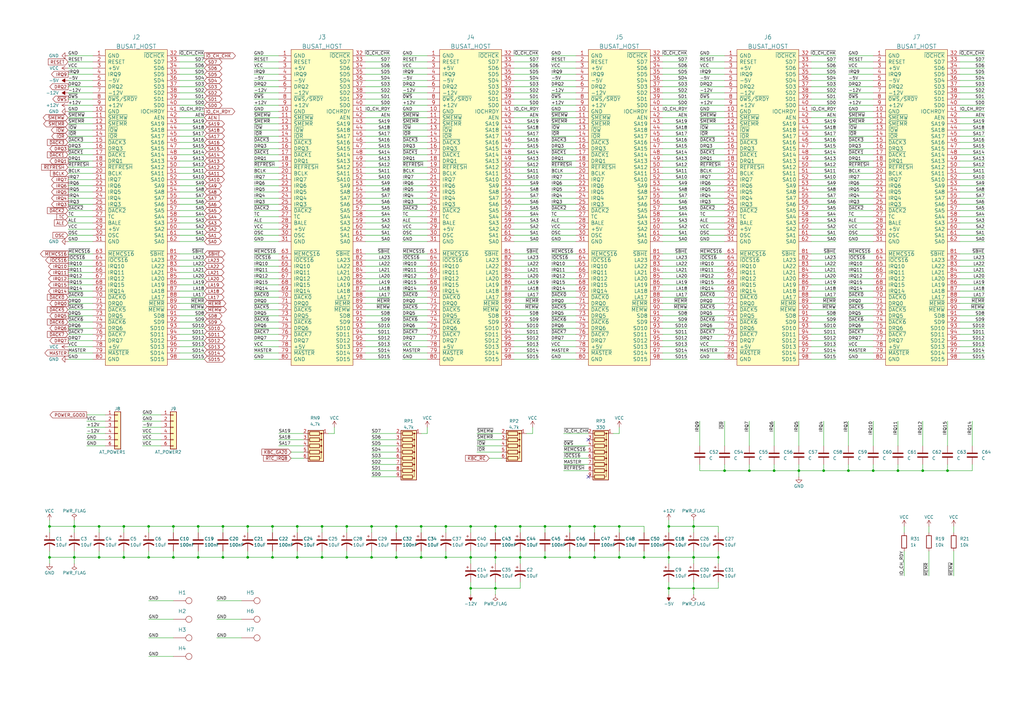
<source format=kicad_sch>
(kicad_sch (version 20211123) (generator eeschema)
  (paper "A3")
  (title_block (title "ISA Bus") (date "2024-02-14") (company "Sergey Kiselev"))
  (lib_symbols
    (symbol "Connector_Generic:Conn_01x06" (pin_names (offset 1.016) hide)
      (property "Reference" "J" (at 0 7.62 0))
      (property "Value" "Conn_01x06" (at 0 -10.16 0))
      (symbol "Conn_01x06_1_1"
        (pin passive line (at -5.08 5.08 0) (length 3.81) (name "Pin_1") (number "1"))
        (pin passive line (at -5.08 2.54 0) (length 3.81) (name "Pin_2") (number "2"))
        (pin passive line (at -5.08 0 0) (length 3.81) (name "Pin_3") (number "3"))
        (pin passive line (at -5.08 -2.54 0) (length 3.81) (name "Pin_4") (number "4"))
        (pin passive line (at -5.08 -5.08 0) (length 3.81) (name "Pin_5") (number "5"))
        (pin passive line (at -5.08 -7.62 0) (length 3.81) (name "Pin_6") (number "6"))
      )
    )
    (symbol "Device:C" (pin_numbers hide) (pin_names (offset 0.254))
      (property "Reference" "C" (at 0.635 2.54 0))
      (property "Value" "C" (at 0.635 -2.54 0))
      (symbol "C_1_1"
        (pin passive line (at 0 3.81 270) (length 2.794) (name "~") (number "1"))
        (pin passive line (at 0 -3.81 90) (length 2.794) (name "~") (number "2"))
      )
    )
    (symbol "Device:C_Polarized_US" (pin_numbers hide) (pin_names (offset 0.254) hide)
      (property "Reference" "C" (at 0.635 2.54 0))
      (property "Value" "C_Polarized_US" (at 0.635 -2.54 0))
      (symbol "C_Polarized_US_1_1"
        (pin passive line (at 0 3.81 270) (length 2.794) (name "~") (number "1"))
        (pin passive line (at 0 -3.81 90) (length 3.302) (name "~") (number "2"))
      )
    )
    (symbol "Device:R" (pin_numbers hide) (pin_names (offset 0))
      (property "Reference" "R" (at 2.032 0 90))
      (property "Value" "R" (at 0 0 90))
      (symbol "R_1_1"
        (pin passive line (at 0 3.81 270) (length 1.27) (name "~") (number "1"))
        (pin passive line (at 0 -3.81 90) (length 1.27) (name "~") (number "2"))
      )
    )
    (symbol "Device:R_Network05" (pin_names (offset 0) hide)
      (property "Reference" "RN" (at -7.62 0 90))
      (property "Value" "R_Network05" (at 7.62 0 90))
      (symbol "R_Network05_1_1"
        (pin passive line (at -5.08 5.08 270) (length 2.54) (name "common") (number "1"))
        (pin passive line (at -5.08 -5.08 90) (length 1.27) (name "R1") (number "2"))
        (pin passive line (at -2.54 -5.08 90) (length 1.27) (name "R2") (number "3"))
        (pin passive line (at 0 -5.08 90) (length 1.27) (name "R3") (number "4"))
        (pin passive line (at 2.54 -5.08 90) (length 1.27) (name "R4") (number "5"))
        (pin passive line (at 5.08 -5.08 90) (length 1.27) (name "R5") (number "6"))
      )
    )
    (symbol "Device:R_Network08" (pin_names (offset 0) hide)
      (property "Reference" "RN" (at -12.7 0 90))
      (property "Value" "R_Network08" (at 10.16 0 90))
      (symbol "R_Network08_1_1"
        (pin passive line (at -10.16 5.08 270) (length 2.54) (name "common") (number "1"))
        (pin passive line (at -10.16 -5.08 90) (length 1.27) (name "R1") (number "2"))
        (pin passive line (at -7.62 -5.08 90) (length 1.27) (name "R2") (number "3"))
        (pin passive line (at -5.08 -5.08 90) (length 1.27) (name "R3") (number "4"))
        (pin passive line (at -2.54 -5.08 90) (length 1.27) (name "R4") (number "5"))
        (pin passive line (at 0 -5.08 90) (length 1.27) (name "R5") (number "6"))
        (pin passive line (at 2.54 -5.08 90) (length 1.27) (name "R6") (number "7"))
        (pin passive line (at 5.08 -5.08 90) (length 1.27) (name "R7") (number "8"))
        (pin passive line (at 7.62 -5.08 90) (length 1.27) (name "R8") (number "9"))
      )
    )
    (symbol "my_components:BUSAT_HOST" (pin_names (offset 1.016))
      (property "Reference" "BUS" (at -12.7 68.58 0))
      (property "Value" "BUSAT_HOST" (at -12.7 66.04 0))
      (symbol "BUSAT_HOST_1_1"
        (pin power_in line (at -17.78 62.23 0) (length 5.08) (name "GND") (number "1"))
        (pin power_in line (at -17.78 39.37 0) (length 5.08) (name "GND") (number "10"))
        (pin input line (at -17.78 36.83 0) (length 5.08) (name "~{SMEMW}") (number "11"))
        (pin input line (at -17.78 34.29 0) (length 5.08) (name "~{SMEMR}") (number "12"))
        (pin input line (at -17.78 31.75 0) (length 5.08) (name "~{IOW}") (number "13"))
        (pin input line (at -17.78 29.21 0) (length 5.08) (name "~{IOR}") (number "14"))
        (pin input line (at -17.78 26.67 0) (length 5.08) (name "~{DACK3}") (number "15"))
        (pin open_collector line (at -17.78 24.13 0) (length 5.08) (name "DRQ3") (number "16"))
        (pin input line (at -17.78 21.59 0) (length 5.08) (name "~{DACK1}") (number "17"))
        (pin open_collector line (at -17.78 19.05 0) (length 5.08) (name "DRQ1") (number "18"))
        (pin input line (at -17.78 16.51 0) (length 5.08) (name "~{REFRESH}") (number "19"))
        (pin input line (at -17.78 59.69 0) (length 5.08) (name "RESET") (number "2"))
        (pin input line (at -17.78 13.97 0) (length 5.08) (name "BCLK") (number "20"))
        (pin open_collector line (at -17.78 11.43 0) (length 5.08) (name "IRQ7") (number "21"))
        (pin open_collector line (at -17.78 8.89 0) (length 5.08) (name "IRQ6") (number "22"))
        (pin open_collector line (at -17.78 6.35 0) (length 5.08) (name "IRQ5") (number "23"))
        (pin open_collector line (at -17.78 3.81 0) (length 5.08) (name "IRQ4") (number "24"))
        (pin open_collector line (at -17.78 1.27 0) (length 5.08) (name "IRQ3") (number "25"))
        (pin input line (at -17.78 -1.27 0) (length 5.08) (name "~{DACK2}") (number "26"))
        (pin input line (at -17.78 -3.81 0) (length 5.08) (name "TC") (number "27"))
        (pin input line (at -17.78 -6.35 0) (length 5.08) (name "BALE") (number "28"))
        (pin power_in line (at -17.78 -8.89 0) (length 5.08) (name "+5V") (number "29"))
        (pin power_in line (at -17.78 57.15 0) (length 5.08) (name "+5V") (number "3"))
        (pin input line (at -17.78 -11.43 0) (length 5.08) (name "OSC") (number "30"))
        (pin power_in line (at -17.78 -13.97 0) (length 5.08) (name "GND") (number "31"))
        (pin open_collector line (at 17.78 62.23 180) (length 5.08) (name "~{IOCHCK}") (number "32"))
        (pin tri_state line (at 17.78 59.69 180) (length 5.08) (name "SD7") (number "33"))
        (pin tri_state line (at 17.78 57.15 180) (length 5.08) (name "SD6") (number "34"))
        (pin tri_state line (at 17.78 54.61 180) (length 5.08) (name "SD5") (number "35"))
        (pin tri_state line (at 17.78 52.07 180) (length 5.08) (name "SD4") (number "36"))
        (pin tri_state line (at 17.78 49.53 180) (length 5.08) (name "SD3") (number "37"))
        (pin tri_state line (at 17.78 46.99 180) (length 5.08) (name "SD2") (number "38"))
        (pin tri_state line (at 17.78 44.45 180) (length 5.08) (name "SD1") (number "39"))
        (pin open_collector line (at -17.78 54.61 0) (length 5.08) (name "IRQ9") (number "4"))
        (pin tri_state line (at 17.78 41.91 180) (length 5.08) (name "SD0") (number "40"))
        (pin open_collector line (at 17.78 39.37 180) (length 5.08) (name "IOCHRDY") (number "41"))
        (pin input line (at 17.78 36.83 180) (length 5.08) (name "AEN") (number "42"))
        (pin input line (at 17.78 34.29 180) (length 5.08) (name "SA19") (number "43"))
        (pin input line (at 17.78 31.75 180) (length 5.08) (name "SA18") (number "44"))
        (pin input line (at 17.78 29.21 180) (length 5.08) (name "SA17") (number "45"))
        (pin input line (at 17.78 26.67 180) (length 5.08) (name "SA16") (number "46"))
        (pin input line (at 17.78 24.13 180) (length 5.08) (name "SA15") (number "47"))
        (pin input line (at 17.78 21.59 180) (length 5.08) (name "SA14") (number "48"))
        (pin input line (at 17.78 19.05 180) (length 5.08) (name "SA13") (number "49"))
        (pin power_in line (at -17.78 52.07 0) (length 5.08) (name "-5V") (number "5"))
        (pin input line (at 17.78 16.51 180) (length 5.08) (name "SA12") (number "50"))
        (pin input line (at 17.78 13.97 180) (length 5.08) (name "SA11") (number "51"))
        (pin input line (at 17.78 11.43 180) (length 5.08) (name "SA10") (number "52"))
        (pin input line (at 17.78 8.89 180) (length 5.08) (name "SA9") (number "53"))
        (pin input line (at 17.78 6.35 180) (length 5.08) (name "SA8") (number "54"))
        (pin input line (at 17.78 3.81 180) (length 5.08) (name "SA7") (number "55"))
        (pin input line (at 17.78 1.27 180) (length 5.08) (name "SA6") (number "56"))
        (pin input line (at 17.78 -1.27 180) (length 5.08) (name "SA5") (number "57"))
        (pin input line (at 17.78 -3.81 180) (length 5.08) (name "SA4") (number "58"))
        (pin input line (at 17.78 -6.35 180) (length 5.08) (name "SA3") (number "59"))
        (pin open_collector line (at -17.78 49.53 0) (length 5.08) (name "DRQ2") (number "6"))
        (pin input line (at 17.78 -8.89 180) (length 5.08) (name "SA2") (number "60"))
        (pin input line (at 17.78 -11.43 180) (length 5.08) (name "SA1") (number "61"))
        (pin input line (at 17.78 -13.97 180) (length 5.08) (name "SA0") (number "62"))
        (pin open_collector line (at -17.78 -19.05 0) (length 5.08) (name "~{MEMCS16}") (number "63"))
        (pin open_collector line (at -17.78 -21.59 0) (length 5.08) (name "~{IOCS16}") (number "64"))
        (pin open_collector line (at -17.78 -24.13 0) (length 5.08) (name "IRQ10") (number "65"))
        (pin open_collector line (at -17.78 -26.67 0) (length 5.08) (name "IRQ11") (number "66"))
        (pin open_collector line (at -17.78 -29.21 0) (length 5.08) (name "IRQ12") (number "67"))
        (pin open_collector line (at -17.78 -31.75 0) (length 5.08) (name "IRQ15") (number "68"))
        (pin open_collector line (at -17.78 -34.29 0) (length 5.08) (name "IRQ14") (number "69"))
        (pin power_in line (at -17.78 46.99 0) (length 5.08) (name "-12V") (number "7"))
        (pin input line (at -17.78 -36.83 0) (length 5.08) (name "~{DACK0}") (number "70"))
        (pin open_collector line (at -17.78 -39.37 0) (length 5.08) (name "DRQ0") (number "71"))
        (pin input line (at -17.78 -41.91 0) (length 5.08) (name "~{DACK5}") (number "72"))
        (pin open_collector line (at -17.78 -44.45 0) (length 5.08) (name "DRQ5") (number "73"))
        (pin input line (at -17.78 -46.99 0) (length 5.08) (name "~{DACK6}") (number "74"))
        (pin open_collector line (at -17.78 -49.53 0) (length 5.08) (name "DRQ6") (number "75"))
        (pin input line (at -17.78 -52.07 0) (length 5.08) (name "~{DACK7}") (number "76"))
        (pin open_collector line (at -17.78 -54.61 0) (length 5.08) (name "DRQ7") (number "77"))
        (pin power_in line (at -17.78 -57.15 0) (length 5.08) (name "+5V") (number "78"))
        (pin open_collector line (at -17.78 -59.69 0) (length 5.08) (name "~{MASTER}") (number "79"))
        (pin open_collector line (at -17.78 44.45 0) (length 5.08) (name "~{0WS}/~{SRDY}") (number "8"))
        (pin power_in line (at -17.78 -62.23 0) (length 5.08) (name "GND") (number "80"))
        (pin open_collector line (at 17.78 -19.05 180) (length 5.08) (name "~{SBHE}") (number "81"))
        (pin input line (at 17.78 -21.59 180) (length 5.08) (name "LA23") (number "82"))
        (pin input line (at 17.78 -24.13 180) (length 5.08) (name "LA22") (number "83"))
        (pin input line (at 17.78 -26.67 180) (length 5.08) (name "LA21") (number "84"))
        (pin input line (at 17.78 -29.21 180) (length 5.08) (name "LA20") (number "85"))
        (pin input line (at 17.78 -31.75 180) (length 5.08) (name "LA19") (number "86"))
        (pin input line (at 17.78 -34.29 180) (length 5.08) (name "LA18") (number "87"))
        (pin input line (at 17.78 -36.83 180) (length 5.08) (name "LA17") (number "88"))
        (pin input line (at 17.78 -39.37 180) (length 5.08) (name "~{MEMR}") (number "89"))
        (pin power_in line (at -17.78 41.91 0) (length 5.08) (name "+12V") (number "9"))
        (pin input line (at 17.78 -41.91 180) (length 5.08) (name "~{MEMW}") (number "90"))
        (pin tri_state line (at 17.78 -44.45 180) (length 5.08) (name "SD8") (number "91"))
        (pin tri_state line (at 17.78 -46.99 180) (length 5.08) (name "SD9") (number "92"))
        (pin tri_state line (at 17.78 -49.53 180) (length 5.08) (name "SD10") (number "93"))
        (pin tri_state line (at 17.78 -52.07 180) (length 5.08) (name "SD11") (number "94"))
        (pin tri_state line (at 17.78 -54.61 180) (length 5.08) (name "SD12") (number "95"))
        (pin tri_state line (at 17.78 -57.15 180) (length 5.08) (name "SD13") (number "96"))
        (pin tri_state line (at 17.78 -59.69 180) (length 5.08) (name "SD14") (number "97"))
        (pin tri_state line (at 17.78 -62.23 180) (length 5.08) (name "SD15") (number "98"))
      )
    )
    (symbol "my_components:HOLE" (pin_numbers hide) (pin_names (offset 1.016) hide)
      (property "Reference" "HOLE" (at 2.54 0 0))
      (symbol "HOLE_1_1"
        (pin input line (at -6.35 0 0) (length 5.08) (name "~") (number "1"))
      )
    )
    (symbol "power:+12V" (power) (pin_names (offset 0))
      (property "Value" "+12V" (at 0 3.556 0))
      (symbol "+12V_1_1"
        (pin power_in line (at 0 0 90) (length 0) hide (name "+12V") (number "1"))
      )
    )
    (symbol "power:-12V" (power) (pin_names (offset 0))
      (property "Value" "-12V" (at 0 3.81 0))
      (symbol "-12V_0_0"
        (pin power_in line (at 0 0 90) (length 0) hide (name "-12V") (number "1"))
      )
    )
    (symbol "power:-5V" (power) (pin_names (offset 0))
      (property "Value" "-5V" (at 0 3.81 0))
      (symbol "-5V_0_0"
        (pin power_in line (at 0 0 90) (length 0) hide (name "-5V") (number "1"))
      )
    )
    (symbol "power:GND" (power) (pin_names (offset 0))
      (property "Value" "GND" (at 0 -3.81 0))
      (symbol "GND_1_1"
        (pin power_in line (at 0 0 270) (length 0) hide (name "GND") (number "1"))
      )
    )
    (symbol "power:PWR_FLAG" (power) (pin_numbers hide) (pin_names (offset 0) hide)
      (property "Value" "PWR_FLAG" (at 0 3.81 0))
      (symbol "PWR_FLAG_0_0"
        (pin power_out line (at 0 0 90) (length 0) (name "pwr") (number "1"))
      )
    )
    (symbol "power:VCC" (power) (pin_names (offset 0))
      (property "Value" "VCC" (at 0 3.81 0))
      (symbol "VCC_1_1"
        (pin power_in line (at 0 0 90) (length 0) hide (name "VCC") (number "1"))
      )
    )
  )
  (junction (at 121.92 215.9))
  (junction (at 297.18 193.04))
  (junction (at 40.64 215.9))
  (junction (at 20.32 228.6))
  (junction (at 60.96 228.6))
  (junction (at 182.88 215.9))
  (junction (at 254 215.9))
  (junction (at 274.32 241.3))
  (junction (at 50.8 228.6))
  (junction (at 388.62 193.04))
  (junction (at 368.3 193.04))
  (junction (at 30.48 228.6))
  (junction (at 358.14 193.04))
  (junction (at 121.92 228.6))
  (junction (at 50.8 215.9))
  (junction (at 142.24 228.6))
  (junction (at 203.2 215.9))
  (junction (at 327.66 193.04))
  (junction (at 162.56 215.9))
  (junction (at 40.64 228.6))
  (junction (at 213.36 228.6))
  (junction (at 111.76 215.9))
  (junction (at 294.64 228.6))
  (junction (at 81.28 215.9))
  (junction (at 71.12 215.9))
  (junction (at 337.82 193.04))
  (junction (at 172.72 228.6))
  (junction (at 243.84 228.6))
  (junction (at 203.2 228.6))
  (junction (at 284.48 228.6))
  (junction (at 223.52 215.9))
  (junction (at 274.32 228.6))
  (junction (at 378.46 193.04))
  (junction (at 284.48 215.9))
  (junction (at 91.44 215.9))
  (junction (at 60.96 215.9))
  (junction (at 243.84 215.9))
  (junction (at 254 228.6))
  (junction (at 182.88 228.6))
  (junction (at 274.32 215.9))
  (junction (at 317.5 193.04))
  (junction (at 101.6 228.6))
  (junction (at 284.48 241.3))
  (junction (at 101.6 215.9))
  (junction (at 193.04 215.9))
  (junction (at 132.08 215.9))
  (junction (at 193.04 241.3))
  (junction (at 233.68 228.6))
  (junction (at 91.44 228.6))
  (junction (at 30.48 215.9))
  (junction (at 132.08 228.6))
  (junction (at 162.56 228.6))
  (junction (at 71.12 228.6))
  (junction (at 81.28 228.6))
  (junction (at 213.36 215.9))
  (junction (at 347.98 193.04))
  (junction (at 233.68 215.9))
  (junction (at 264.16 228.6))
  (junction (at 152.4 215.9))
  (junction (at 142.24 215.9))
  (junction (at 193.04 228.6))
  (junction (at 223.52 228.6))
  (junction (at 307.34 193.04))
  (junction (at 172.72 215.9))
  (junction (at 20.32 215.9))
  (junction (at 152.4 228.6))
  (junction (at 203.2 241.3))
  (junction (at 111.76 228.6))
  (no_connect (at 241.3 195.58))
  (no_connect (at 241.3 180.34))
  (wire (pts (xy 114.3 124.46) (xy 104.14 124.46)))
  (wire (pts (xy 297.18 55.88) (xy 287.02 55.88)))
  (wire (pts (xy 38.1 111.76) (xy 27.94 111.76)))
  (wire (pts (xy 236.22 53.34) (xy 226.06 53.34)))
  (wire (pts (xy 236.22 50.8) (xy 226.06 50.8)))
  (wire (pts (xy 271.78 35.56) (xy 281.94 35.56)))
  (wire (pts (xy 274.32 238.76) (xy 274.32 241.3)))
  (wire (pts (xy 50.8 226.06) (xy 50.8 228.6)))
  (wire (pts (xy 297.18 139.7) (xy 287.02 139.7)))
  (wire (pts (xy 223.52 226.06) (xy 223.52 228.6)))
  (wire (pts (xy 134.62 177.8) (xy 137.16 177.8)))
  (wire (pts (xy 175.26 134.62) (xy 165.1 134.62)))
  (wire (pts (xy 297.18 63.5) (xy 287.02 63.5)))
  (wire (pts (xy 50.8 228.6) (xy 60.96 228.6)))
  (wire (pts (xy 132.08 215.9) (xy 132.08 218.44)))
  (wire (pts (xy 38.1 142.24) (xy 27.94 142.24)))
  (wire (pts (xy 73.66 83.82) (xy 83.82 83.82)))
  (wire (pts (xy 81.28 215.9) (xy 91.44 215.9)))
  (wire (pts (xy 210.82 91.44) (xy 220.98 91.44)))
  (wire (pts (xy 142.24 226.06) (xy 142.24 228.6)))
  (wire (pts (xy 236.22 43.18) (xy 226.06 43.18)))
  (wire (pts (xy 175.26 129.54) (xy 165.1 129.54)))
  (wire (pts (xy 73.66 38.1) (xy 83.82 38.1)))
  (wire (pts (xy 30.48 226.06) (xy 30.48 228.6)))
  (wire (pts (xy 193.04 241.3) (xy 193.04 243.84)))
  (wire (pts (xy 149.86 40.64) (xy 160.02 40.64)))
  (wire (pts (xy 73.66 63.5) (xy 83.82 63.5)))
  (wire (pts (xy 358.14 48.26) (xy 347.98 48.26)))
  (wire (pts (xy 393.7 45.72) (xy 403.86 45.72)))
  (wire (pts (xy 251.46 177.8) (xy 254 177.8)))
  (wire (pts (xy 71.12 226.06) (xy 71.12 228.6)))
  (wire (pts (xy 38.1 76.2) (xy 27.94 76.2)))
  (wire (pts (xy 114.3 111.76) (xy 104.14 111.76)))
  (wire (pts (xy 381 215.9) (xy 381 218.44)))
  (wire (pts (xy 337.82 190.5) (xy 337.82 193.04)))
  (wire (pts (xy 332.74 106.68) (xy 342.9 106.68)))
  (wire (pts (xy 297.18 109.22) (xy 287.02 109.22)))
  (wire (pts (xy 398.78 190.5) (xy 398.78 193.04)))
  (wire (pts (xy 391.16 215.9) (xy 391.16 218.44)))
  (wire (pts (xy 215.9 177.8) (xy 218.44 177.8)))
  (wire (pts (xy 358.14 109.22) (xy 347.98 109.22)))
  (wire (pts (xy 332.74 96.52) (xy 342.9 96.52)))
  (wire (pts (xy 30.48 215.9) (xy 40.64 215.9)))
  (wire (pts (xy 210.82 27.94) (xy 220.98 27.94)))
  (wire (pts (xy 175.26 88.9) (xy 165.1 88.9)))
  (wire (pts (xy 38.1 30.48) (xy 27.94 30.48)))
  (wire (pts (xy 38.1 147.32) (xy 27.94 147.32)))
  (wire (pts (xy 284.48 218.44) (xy 284.48 215.9)))
  (wire (pts (xy 393.7 76.2) (xy 403.86 76.2)))
  (wire (pts (xy 175.26 83.82) (xy 165.1 83.82)))
  (wire (pts (xy 149.86 139.7) (xy 160.02 139.7)))
  (wire (pts (xy 378.46 193.04) (xy 388.62 193.04)))
  (wire (pts (xy 307.34 190.5) (xy 307.34 193.04)))
  (wire (pts (xy 297.18 137.16) (xy 287.02 137.16)))
  (wire (pts (xy 38.1 83.82) (xy 27.94 83.82)))
  (wire (pts (xy 114.3 76.2) (xy 104.14 76.2)))
  (wire (pts (xy 124.46 182.88) (xy 114.3 182.88)))
  (wire (pts (xy 332.74 78.74) (xy 342.9 78.74)))
  (wire (pts (xy 393.7 147.32) (xy 403.86 147.32)))
  (wire (pts (xy 271.78 88.9) (xy 281.94 88.9)))
  (wire (pts (xy 332.74 88.9) (xy 342.9 88.9)))
  (wire (pts (xy 236.22 86.36) (xy 226.06 86.36)))
  (wire (pts (xy 210.82 144.78) (xy 220.98 144.78)))
  (wire (pts (xy 38.1 121.92) (xy 27.94 121.92)))
  (wire (pts (xy 393.7 73.66) (xy 403.86 73.66)))
  (wire (pts (xy 172.72 226.06) (xy 172.72 228.6)))
  (wire (pts (xy 332.74 93.98) (xy 342.9 93.98)))
  (wire (pts (xy 182.88 215.9) (xy 193.04 215.9)))
  (wire (pts (xy 210.82 83.82) (xy 220.98 83.82)))
  (wire (pts (xy 297.18 78.74) (xy 287.02 78.74)))
  (wire (pts (xy 162.56 177.8) (xy 152.4 177.8)))
  (wire (pts (xy 205.74 182.88) (xy 195.58 182.88)))
  (wire (pts (xy 236.22 33.02) (xy 226.06 33.02)))
  (wire (pts (xy 210.82 68.58) (xy 220.98 68.58)))
  (wire (pts (xy 101.6 226.06) (xy 101.6 228.6)))
  (wire (pts (xy 203.2 228.6) (xy 213.36 228.6)))
  (wire (pts (xy 393.7 88.9) (xy 403.86 88.9)))
  (wire (pts (xy 393.7 53.34) (xy 403.86 53.34)))
  (wire (pts (xy 210.82 139.7) (xy 220.98 139.7)))
  (wire (pts (xy 332.74 137.16) (xy 342.9 137.16)))
  (wire (pts (xy 175.26 30.48) (xy 165.1 30.48)))
  (wire (pts (xy 149.86 132.08) (xy 160.02 132.08)))
  (wire (pts (xy 236.22 127) (xy 226.06 127)))
  (wire (pts (xy 393.7 121.92) (xy 403.86 121.92)))
  (wire (pts (xy 271.78 96.52) (xy 281.94 96.52)))
  (wire (pts (xy 358.14 144.78) (xy 347.98 144.78)))
  (wire (pts (xy 358.14 55.88) (xy 347.98 55.88)))
  (wire (pts (xy 175.26 121.92) (xy 165.1 121.92)))
  (wire (pts (xy 213.36 218.44) (xy 213.36 215.9)))
  (wire (pts (xy 271.78 22.86) (xy 281.94 22.86)))
  (wire (pts (xy 393.7 68.58) (xy 403.86 68.58)))
  (wire (pts (xy 271.78 40.64) (xy 281.94 40.64)))
  (wire (pts (xy 73.66 88.9) (xy 83.82 88.9)))
  (wire (pts (xy 73.66 124.46) (xy 83.82 124.46)))
  (wire (pts (xy 271.78 114.3) (xy 281.94 114.3)))
  (wire (pts (xy 35.56 170.18) (xy 43.18 170.18)))
  (wire (pts (xy 327.66 172.72) (xy 327.66 182.88)))
  (wire (pts (xy 210.82 71.12) (xy 220.98 71.12)))
  (wire (pts (xy 114.3 55.88) (xy 104.14 55.88)))
  (wire (pts (xy 38.1 144.78) (xy 27.94 144.78)))
  (wire (pts (xy 271.78 91.44) (xy 281.94 91.44)))
  (wire (pts (xy 233.68 228.6) (xy 243.84 228.6)))
  (wire (pts (xy 38.1 81.28) (xy 27.94 81.28)))
  (wire (pts (xy 243.84 228.6) (xy 254 228.6)))
  (wire (pts (xy 358.14 132.08) (xy 347.98 132.08)))
  (wire (pts (xy 358.14 190.5) (xy 358.14 193.04)))
  (wire (pts (xy 114.3 63.5) (xy 104.14 63.5)))
  (wire (pts (xy 149.86 22.86) (xy 160.02 22.86)))
  (wire (pts (xy 393.7 139.7) (xy 403.86 139.7)))
  (wire (pts (xy 271.78 71.12) (xy 281.94 71.12)))
  (wire (pts (xy 124.46 177.8) (xy 114.3 177.8)))
  (wire (pts (xy 60.96 215.9) (xy 60.96 218.44)))
  (wire (pts (xy 254 228.6) (xy 264.16 228.6)))
  (wire (pts (xy 210.82 109.22) (xy 220.98 109.22)))
  (wire (pts (xy 203.2 241.3) (xy 213.36 241.3)))
  (wire (pts (xy 297.18 134.62) (xy 287.02 134.62)))
  (wire (pts (xy 66.04 180.34) (xy 58.42 180.34)))
  (wire (pts (xy 73.66 66.04) (xy 83.82 66.04)))
  (wire (pts (xy 332.74 109.22) (xy 342.9 109.22)))
  (wire (pts (xy 358.14 76.2) (xy 347.98 76.2)))
  (wire (pts (xy 297.18 73.66) (xy 287.02 73.66)))
  (wire (pts (xy 20.32 228.6) (xy 30.48 228.6)))
  (wire (pts (xy 175.26 53.34) (xy 165.1 53.34)))
  (wire (pts (xy 271.78 58.42) (xy 281.94 58.42)))
  (wire (pts (xy 236.22 55.88) (xy 226.06 55.88)))
  (wire (pts (xy 210.82 43.18) (xy 220.98 43.18)))
  (wire (pts (xy 81.28 215.9) (xy 81.28 218.44)))
  (wire (pts (xy 210.82 48.26) (xy 220.98 48.26)))
  (wire (pts (xy 231.14 185.42) (xy 241.3 185.42)))
  (wire (pts (xy 393.7 60.96) (xy 403.86 60.96)))
  (wire (pts (xy 114.3 121.92) (xy 104.14 121.92)))
  (wire (pts (xy 236.22 147.32) (xy 226.06 147.32)))
  (wire (pts (xy 358.14 193.04) (xy 368.3 193.04)))
  (wire (pts (xy 73.66 73.66) (xy 83.82 73.66)))
  (wire (pts (xy 193.04 226.06) (xy 193.04 228.6)))
  (wire (pts (xy 162.56 195.58) (xy 152.4 195.58)))
  (wire (pts (xy 175.26 147.32) (xy 165.1 147.32)))
  (wire (pts (xy 43.18 177.8) (xy 35.56 177.8)))
  (wire (pts (xy 193.04 215.9) (xy 203.2 215.9)))
  (wire (pts (xy 358.14 63.5) (xy 347.98 63.5)))
  (wire (pts (xy 60.96 215.9) (xy 71.12 215.9)))
  (wire (pts (xy 274.32 228.6) (xy 284.48 228.6)))
  (wire (pts (xy 101.6 228.6) (xy 111.76 228.6)))
  (wire (pts (xy 149.86 81.28) (xy 160.02 81.28)))
  (wire (pts (xy 210.82 81.28) (xy 220.98 81.28)))
  (wire (pts (xy 297.18 132.08) (xy 287.02 132.08)))
  (wire (pts (xy 393.7 96.52) (xy 403.86 96.52)))
  (wire (pts (xy 175.26 63.5) (xy 165.1 63.5)))
  (wire (pts (xy 393.7 33.02) (xy 403.86 33.02)))
  (wire (pts (xy 236.22 25.4) (xy 226.06 25.4)))
  (wire (pts (xy 297.18 76.2) (xy 287.02 76.2)))
  (wire (pts (xy 175.26 91.44) (xy 165.1 91.44)))
  (wire (pts (xy 271.78 147.32) (xy 281.94 147.32)))
  (wire (pts (xy 358.14 142.24) (xy 347.98 142.24)))
  (wire (pts (xy 20.32 215.9) (xy 20.32 213.36)))
  (wire (pts (xy 297.18 66.04) (xy 287.02 66.04)))
  (wire (pts (xy 175.26 73.66) (xy 165.1 73.66)))
  (wire (pts (xy 114.3 25.4) (xy 104.14 25.4)))
  (wire (pts (xy 73.66 43.18) (xy 83.82 43.18)))
  (wire (pts (xy 274.32 241.3) (xy 274.32 243.84)))
  (wire (pts (xy 38.1 53.34) (xy 27.94 53.34)))
  (wire (pts (xy 213.36 231.14) (xy 213.36 228.6)))
  (wire (pts (xy 114.3 38.1) (xy 104.14 38.1)))
  (wire (pts (xy 393.7 63.5) (xy 403.86 63.5)))
  (wire (pts (xy 114.3 99.06) (xy 104.14 99.06)))
  (wire (pts (xy 271.78 109.22) (xy 281.94 109.22)))
  (wire (pts (xy 332.74 91.44) (xy 342.9 91.44)))
  (wire (pts (xy 66.04 175.26) (xy 58.42 175.26)))
  (wire (pts (xy 175.26 119.38) (xy 165.1 119.38)))
  (wire (pts (xy 114.3 144.78) (xy 104.14 144.78)))
  (wire (pts (xy 271.78 134.62) (xy 281.94 134.62)))
  (wire (pts (xy 297.18 35.56) (xy 287.02 35.56)))
  (wire (pts (xy 358.14 88.9) (xy 347.98 88.9)))
  (wire (pts (xy 297.18 71.12) (xy 287.02 71.12)))
  (wire (pts (xy 175.26 114.3) (xy 165.1 114.3)))
  (wire (pts (xy 38.1 127) (xy 27.94 127)))
  (wire (pts (xy 114.3 88.9) (xy 104.14 88.9)))
  (wire (pts (xy 274.32 218.44) (xy 274.32 215.9)))
  (wire (pts (xy 358.14 33.02) (xy 347.98 33.02)))
  (wire (pts (xy 210.82 104.14) (xy 220.98 104.14)))
  (wire (pts (xy 71.12 269.24) (xy 60.96 269.24)))
  (wire (pts (xy 297.18 53.34) (xy 287.02 53.34)))
  (wire (pts (xy 358.14 68.58) (xy 347.98 68.58)))
  (wire (pts (xy 297.18 96.52) (xy 287.02 96.52)))
  (wire (pts (xy 205.74 177.8) (xy 195.58 177.8)))
  (wire (pts (xy 284.48 241.3) (xy 284.48 243.84)))
  (wire (pts (xy 38.1 43.18) (xy 27.94 43.18)))
  (wire (pts (xy 38.1 88.9) (xy 27.94 88.9)))
  (wire (pts (xy 254 175.26) (xy 254 177.8)))
  (wire (pts (xy 149.86 121.92) (xy 160.02 121.92)))
  (wire (pts (xy 30.48 215.9) (xy 30.48 218.44)))
  (wire (pts (xy 332.74 121.92) (xy 342.9 121.92)))
  (wire (pts (xy 210.82 111.76) (xy 220.98 111.76)))
  (wire (pts (xy 175.26 81.28) (xy 165.1 81.28)))
  (wire (pts (xy 210.82 96.52) (xy 220.98 96.52)))
  (wire (pts (xy 149.86 68.58) (xy 160.02 68.58)))
  (wire (pts (xy 43.18 175.26) (xy 35.56 175.26)))
  (wire (pts (xy 38.1 91.44) (xy 27.94 91.44)))
  (wire (pts (xy 332.74 53.34) (xy 342.9 53.34)))
  (wire (pts (xy 223.52 215.9) (xy 233.68 215.9)))
  (wire (pts (xy 297.18 172.72) (xy 297.18 182.88)))
  (wire (pts (xy 358.14 96.52) (xy 347.98 96.52)))
  (wire (pts (xy 271.78 38.1) (xy 281.94 38.1)))
  (wire (pts (xy 114.3 66.04) (xy 104.14 66.04)))
  (wire (pts (xy 287.02 190.5) (xy 287.02 193.04)))
  (wire (pts (xy 370.84 226.06) (xy 370.84 236.22)))
  (wire (pts (xy 358.14 40.64) (xy 347.98 40.64)))
  (wire (pts (xy 149.86 99.06) (xy 160.02 99.06)))
  (wire (pts (xy 271.78 81.28) (xy 281.94 81.28)))
  (wire (pts (xy 297.18 114.3) (xy 287.02 114.3)))
  (wire (pts (xy 111.76 228.6) (xy 121.92 228.6)))
  (wire (pts (xy 358.14 30.48) (xy 347.98 30.48)))
  (wire (pts (xy 297.18 111.76) (xy 287.02 111.76)))
  (wire (pts (xy 236.22 104.14) (xy 226.06 104.14)))
  (wire (pts (xy 175.26 71.12) (xy 165.1 71.12)))
  (wire (pts (xy 393.7 25.4) (xy 403.86 25.4)))
  (wire (pts (xy 332.74 129.54) (xy 342.9 129.54)))
  (wire (pts (xy 332.74 147.32) (xy 342.9 147.32)))
  (wire (pts (xy 236.22 40.64) (xy 226.06 40.64)))
  (wire (pts (xy 358.14 27.94) (xy 347.98 27.94)))
  (wire (pts (xy 38.1 106.68) (xy 27.94 106.68)))
  (wire (pts (xy 124.46 180.34) (xy 114.3 180.34)))
  (wire (pts (xy 210.82 124.46) (xy 220.98 124.46)))
  (wire (pts (xy 40.64 228.6) (xy 50.8 228.6)))
  (wire (pts (xy 137.16 175.26) (xy 137.16 177.8)))
  (wire (pts (xy 114.3 58.42) (xy 104.14 58.42)))
  (wire (pts (xy 223.52 228.6) (xy 233.68 228.6)))
  (wire (pts (xy 149.86 63.5) (xy 160.02 63.5)))
  (wire (pts (xy 297.18 48.26) (xy 287.02 48.26)))
  (wire (pts (xy 393.7 81.28) (xy 403.86 81.28)))
  (wire (pts (xy 358.14 129.54) (xy 347.98 129.54)))
  (wire (pts (xy 38.1 35.56) (xy 27.94 35.56)))
  (wire (pts (xy 73.66 76.2) (xy 83.82 76.2)))
  (wire (pts (xy 203.2 238.76) (xy 203.2 241.3)))
  (wire (pts (xy 332.74 55.88) (xy 342.9 55.88)))
  (wire (pts (xy 81.28 228.6) (xy 91.44 228.6)))
  (wire (pts (xy 210.82 25.4) (xy 220.98 25.4)))
  (wire (pts (xy 210.82 22.86) (xy 220.98 22.86)))
  (wire (pts (xy 175.26 124.46) (xy 165.1 124.46)))
  (wire (pts (xy 218.44 175.26) (xy 218.44 177.8)))
  (wire (pts (xy 274.32 228.6) (xy 274.32 231.14)))
  (wire (pts (xy 393.7 93.98) (xy 403.86 93.98)))
  (wire (pts (xy 332.74 48.26) (xy 342.9 48.26)))
  (wire (pts (xy 393.7 30.48) (xy 403.86 30.48)))
  (wire (pts (xy 236.22 76.2) (xy 226.06 76.2)))
  (wire (pts (xy 236.22 81.28) (xy 226.06 81.28)))
  (wire (pts (xy 38.1 55.88) (xy 27.94 55.88)))
  (wire (pts (xy 149.86 144.78) (xy 160.02 144.78)))
  (wire (pts (xy 297.18 60.96) (xy 287.02 60.96)))
  (wire (pts (xy 287.02 193.04) (xy 297.18 193.04)))
  (wire (pts (xy 210.82 53.34) (xy 220.98 53.34)))
  (wire (pts (xy 393.7 40.64) (xy 403.86 40.64)))
  (wire (pts (xy 358.14 119.38) (xy 347.98 119.38)))
  (wire (pts (xy 271.78 78.74) (xy 281.94 78.74)))
  (wire (pts (xy 114.3 114.3) (xy 104.14 114.3)))
  (wire (pts (xy 210.82 114.3) (xy 220.98 114.3)))
  (wire (pts (xy 284.48 215.9) (xy 294.64 215.9)))
  (wire (pts (xy 236.22 60.96) (xy 226.06 60.96)))
  (wire (pts (xy 114.3 30.48) (xy 104.14 30.48)))
  (wire (pts (xy 149.86 111.76) (xy 160.02 111.76)))
  (wire (pts (xy 210.82 127) (xy 220.98 127)))
  (wire (pts (xy 38.1 60.96) (xy 27.94 60.96)))
  (wire (pts (xy 236.22 73.66) (xy 226.06 73.66)))
  (wire (pts (xy 149.86 147.32) (xy 160.02 147.32)))
  (wire (pts (xy 236.22 121.92) (xy 226.06 121.92)))
  (wire (pts (xy 332.74 144.78) (xy 342.9 144.78)))
  (wire (pts (xy 393.7 91.44) (xy 403.86 91.44)))
  (wire (pts (xy 297.18 45.72) (xy 287.02 45.72)))
  (wire (pts (xy 38.1 33.02) (xy 27.94 33.02)))
  (wire (pts (xy 149.86 134.62) (xy 160.02 134.62)))
  (wire (pts (xy 297.18 144.78) (xy 287.02 144.78)))
  (wire (pts (xy 358.14 78.74) (xy 347.98 78.74)))
  (wire (pts (xy 73.66 104.14) (xy 83.82 104.14)))
  (wire (pts (xy 271.78 68.58) (xy 281.94 68.58)))
  (wire (pts (xy 297.18 129.54) (xy 287.02 129.54)))
  (wire (pts (xy 119.38 185.42) (xy 124.46 185.42)))
  (wire (pts (xy 332.74 119.38) (xy 342.9 119.38)))
  (wire (pts (xy 38.1 139.7) (xy 27.94 139.7)))
  (wire (pts (xy 332.74 66.04) (xy 342.9 66.04)))
  (wire (pts (xy 71.12 261.62) (xy 60.96 261.62)))
  (wire (pts (xy 149.86 60.96) (xy 160.02 60.96)))
  (wire (pts (xy 73.66 93.98) (xy 83.82 93.98)))
  (wire (pts (xy 149.86 50.8) (xy 160.02 50.8)))
  (wire (pts (xy 347.98 172.72) (xy 347.98 182.88)))
  (wire (pts (xy 332.74 22.86) (xy 342.9 22.86)))
  (wire (pts (xy 38.1 40.64) (xy 27.94 40.64)))
  (wire (pts (xy 73.66 134.62) (xy 83.82 134.62)))
  (wire (pts (xy 114.3 106.68) (xy 104.14 106.68)))
  (wire (pts (xy 101.6 215.9) (xy 101.6 218.44)))
  (wire (pts (xy 162.56 182.88) (xy 152.4 182.88)))
  (wire (pts (xy 393.7 27.94) (xy 403.86 27.94)))
  (wire (pts (xy 271.78 83.82) (xy 281.94 83.82)))
  (wire (pts (xy 271.78 33.02) (xy 281.94 33.02)))
  (wire (pts (xy 271.78 144.78) (xy 281.94 144.78)))
  (wire (pts (xy 149.86 119.38) (xy 160.02 119.38)))
  (wire (pts (xy 175.26 139.7) (xy 165.1 139.7)))
  (wire (pts (xy 73.66 30.48) (xy 83.82 30.48)))
  (wire (pts (xy 193.04 241.3) (xy 203.2 241.3)))
  (wire (pts (xy 284.48 228.6) (xy 284.48 231.14)))
  (wire (pts (xy 66.04 177.8) (xy 58.42 177.8)))
  (wire (pts (xy 393.7 22.86) (xy 403.86 22.86)))
  (wire (pts (xy 60.96 228.6) (xy 71.12 228.6)))
  (wire (pts (xy 38.1 66.04) (xy 27.94 66.04)))
  (wire (pts (xy 43.18 172.72) (xy 35.56 172.72)))
  (wire (pts (xy 271.78 63.5) (xy 281.94 63.5)))
  (wire (pts (xy 393.7 127) (xy 403.86 127)))
  (wire (pts (xy 271.78 86.36) (xy 281.94 86.36)))
  (wire (pts (xy 284.48 241.3) (xy 294.64 241.3)))
  (wire (pts (xy 73.66 142.24) (xy 83.82 142.24)))
  (wire (pts (xy 393.7 104.14) (xy 403.86 104.14)))
  (wire (pts (xy 393.7 129.54) (xy 403.86 129.54)))
  (wire (pts (xy 393.7 144.78) (xy 403.86 144.78)))
  (wire (pts (xy 132.08 226.06) (xy 132.08 228.6)))
  (wire (pts (xy 271.78 30.48) (xy 281.94 30.48)))
  (wire (pts (xy 297.18 91.44) (xy 287.02 91.44)))
  (wire (pts (xy 149.86 109.22) (xy 160.02 109.22)))
  (wire (pts (xy 121.92 226.06) (xy 121.92 228.6)))
  (wire (pts (xy 210.82 45.72) (xy 220.98 45.72)))
  (wire (pts (xy 175.26 76.2) (xy 165.1 76.2)))
  (wire (pts (xy 149.86 33.02) (xy 160.02 33.02)))
  (wire (pts (xy 284.48 226.06) (xy 284.48 228.6)))
  (wire (pts (xy 231.14 193.04) (xy 241.3 193.04)))
  (wire (pts (xy 30.48 228.6) (xy 30.48 231.14)))
  (wire (pts (xy 297.18 38.1) (xy 287.02 38.1)))
  (wire (pts (xy 182.88 228.6) (xy 193.04 228.6)))
  (wire (pts (xy 271.78 99.06) (xy 281.94 99.06)))
  (wire (pts (xy 236.22 63.5) (xy 226.06 63.5)))
  (wire (pts (xy 271.78 111.76) (xy 281.94 111.76)))
  (wire (pts (xy 114.3 142.24) (xy 104.14 142.24)))
  (wire (pts (xy 332.74 134.62) (xy 342.9 134.62)))
  (wire (pts (xy 73.66 127) (xy 83.82 127)))
  (wire (pts (xy 38.1 86.36) (xy 27.94 86.36)))
  (wire (pts (xy 358.14 134.62) (xy 347.98 134.62)))
  (wire (pts (xy 121.92 228.6) (xy 132.08 228.6)))
  (wire (pts (xy 114.3 137.16) (xy 104.14 137.16)))
  (wire (pts (xy 114.3 86.36) (xy 104.14 86.36)))
  (wire (pts (xy 152.4 215.9) (xy 162.56 215.9)))
  (wire (pts (xy 114.3 96.52) (xy 104.14 96.52)))
  (wire (pts (xy 114.3 45.72) (xy 104.14 45.72)))
  (wire (pts (xy 213.36 238.76) (xy 213.36 241.3)))
  (wire (pts (xy 297.18 68.58) (xy 287.02 68.58)))
  (wire (pts (xy 38.1 119.38) (xy 27.94 119.38)))
  (wire (pts (xy 393.7 43.18) (xy 403.86 43.18)))
  (wire (pts (xy 297.18 30.48) (xy 287.02 30.48)))
  (wire (pts (xy 38.1 116.84) (xy 27.94 116.84)))
  (wire (pts (xy 73.66 147.32) (xy 83.82 147.32)))
  (wire (pts (xy 370.84 215.9) (xy 370.84 218.44)))
  (wire (pts (xy 388.62 190.5) (xy 388.62 193.04)))
  (wire (pts (xy 38.1 114.3) (xy 27.94 114.3)))
  (wire (pts (xy 73.66 48.26) (xy 83.82 48.26)))
  (wire (pts (xy 50.8 215.9) (xy 60.96 215.9)))
  (wire (pts (xy 73.66 116.84) (xy 83.82 116.84)))
  (wire (pts (xy 38.1 93.98) (xy 27.94 93.98)))
  (wire (pts (xy 393.7 35.56) (xy 403.86 35.56)))
  (wire (pts (xy 332.74 86.36) (xy 342.9 86.36)))
  (wire (pts (xy 393.7 137.16) (xy 403.86 137.16)))
  (wire (pts (xy 236.22 132.08) (xy 226.06 132.08)))
  (wire (pts (xy 114.3 43.18) (xy 104.14 43.18)))
  (wire (pts (xy 368.3 193.04) (xy 378.46 193.04)))
  (wire (pts (xy 332.74 35.56) (xy 342.9 35.56)))
  (wire (pts (xy 393.7 99.06) (xy 403.86 99.06)))
  (wire (pts (xy 203.2 215.9) (xy 203.2 218.44)))
  (wire (pts (xy 20.32 226.06) (xy 20.32 228.6)))
  (wire (pts (xy 210.82 119.38) (xy 220.98 119.38)))
  (wire (pts (xy 91.44 228.6) (xy 101.6 228.6)))
  (wire (pts (xy 175.26 68.58) (xy 165.1 68.58)))
  (wire (pts (xy 149.86 114.3) (xy 160.02 114.3)))
  (wire (pts (xy 271.78 66.04) (xy 281.94 66.04)))
  (wire (pts (xy 38.1 129.54) (xy 27.94 129.54)))
  (wire (pts (xy 73.66 33.02) (xy 83.82 33.02)))
  (wire (pts (xy 297.18 119.38) (xy 287.02 119.38)))
  (wire (pts (xy 213.36 226.06) (xy 213.36 228.6)))
  (wire (pts (xy 236.22 30.48) (xy 226.06 30.48)))
  (wire (pts (xy 142.24 215.9) (xy 152.4 215.9)))
  (wire (pts (xy 358.14 106.68) (xy 347.98 106.68)))
  (wire (pts (xy 264.16 226.06) (xy 264.16 228.6)))
  (wire (pts (xy 297.18 27.94) (xy 287.02 27.94)))
  (wire (pts (xy 271.78 142.24) (xy 281.94 142.24)))
  (wire (pts (xy 91.44 226.06) (xy 91.44 228.6)))
  (wire (pts (xy 162.56 180.34) (xy 152.4 180.34)))
  (wire (pts (xy 38.1 38.1) (xy 27.94 38.1)))
  (wire (pts (xy 358.14 25.4) (xy 347.98 25.4)))
  (wire (pts (xy 210.82 106.68) (xy 220.98 106.68)))
  (wire (pts (xy 38.1 73.66) (xy 27.94 73.66)))
  (wire (pts (xy 294.64 228.6) (xy 294.64 231.14)))
  (wire (pts (xy 40.64 215.9) (xy 50.8 215.9)))
  (wire (pts (xy 332.74 50.8) (xy 342.9 50.8)))
  (wire (pts (xy 210.82 142.24) (xy 220.98 142.24)))
  (wire (pts (xy 358.14 45.72) (xy 347.98 45.72)))
  (wire (pts (xy 284.48 215.9) (xy 274.32 215.9)))
  (wire (pts (xy 38.1 71.12) (xy 27.94 71.12)))
  (wire (pts (xy 274.32 241.3) (xy 284.48 241.3)))
  (wire (pts (xy 271.78 53.34) (xy 281.94 53.34)))
  (wire (pts (xy 236.22 35.56) (xy 226.06 35.56)))
  (wire (pts (xy 393.7 58.42) (xy 403.86 58.42)))
  (wire (pts (xy 193.04 228.6) (xy 203.2 228.6)))
  (wire (pts (xy 175.26 50.8) (xy 165.1 50.8)))
  (wire (pts (xy 73.66 96.52) (xy 83.82 96.52)))
  (wire (pts (xy 254 215.9) (xy 264.16 215.9)))
  (wire (pts (xy 114.3 53.34) (xy 104.14 53.34)))
  (wire (pts (xy 175.26 137.16) (xy 165.1 137.16)))
  (wire (pts (xy 271.78 43.18) (xy 281.94 43.18)))
  (wire (pts (xy 114.3 104.14) (xy 104.14 104.14)))
  (wire (pts (xy 358.14 71.12) (xy 347.98 71.12)))
  (wire (pts (xy 254 226.06) (xy 254 228.6)))
  (wire (pts (xy 149.86 35.56) (xy 160.02 35.56)))
  (wire (pts (xy 210.82 73.66) (xy 220.98 73.66)))
  (wire (pts (xy 391.16 226.06) (xy 391.16 236.22)))
  (wire (pts (xy 73.66 144.78) (xy 83.82 144.78)))
  (wire (pts (xy 149.86 93.98) (xy 160.02 93.98)))
  (wire (pts (xy 114.3 48.26) (xy 104.14 48.26)))
  (wire (pts (xy 175.26 55.88) (xy 165.1 55.88)))
  (wire (pts (xy 149.86 27.94) (xy 160.02 27.94)))
  (wire (pts (xy 317.5 190.5) (xy 317.5 193.04)))
  (wire (pts (xy 114.3 109.22) (xy 104.14 109.22)))
  (wire (pts (xy 393.7 38.1) (xy 403.86 38.1)))
  (wire (pts (xy 114.3 78.74) (xy 104.14 78.74)))
  (wire (pts (xy 297.18 43.18) (xy 287.02 43.18)))
  (wire (pts (xy 393.7 111.76) (xy 403.86 111.76)))
  (wire (pts (xy 81.28 226.06) (xy 81.28 228.6)))
  (wire (pts (xy 175.26 33.02) (xy 165.1 33.02)))
  (wire (pts (xy 210.82 33.02) (xy 220.98 33.02)))
  (wire (pts (xy 149.86 104.14) (xy 160.02 104.14)))
  (wire (pts (xy 149.86 88.9) (xy 160.02 88.9)))
  (wire (pts (xy 149.86 30.48) (xy 160.02 30.48)))
  (wire (pts (xy 149.86 25.4) (xy 160.02 25.4)))
  (wire (pts (xy 175.26 38.1) (xy 165.1 38.1)))
  (wire (pts (xy 332.74 43.18) (xy 342.9 43.18)))
  (wire (pts (xy 332.74 83.82) (xy 342.9 83.82)))
  (wire (pts (xy 210.82 35.56) (xy 220.98 35.56)))
  (wire (pts (xy 347.98 190.5) (xy 347.98 193.04)))
  (wire (pts (xy 271.78 119.38) (xy 281.94 119.38)))
  (wire (pts (xy 38.1 137.16) (xy 27.94 137.16)))
  (wire (pts (xy 73.66 58.42) (xy 83.82 58.42)))
  (wire (pts (xy 73.66 119.38) (xy 83.82 119.38)))
  (wire (pts (xy 71.12 254) (xy 60.96 254)))
  (wire (pts (xy 332.74 40.64) (xy 342.9 40.64)))
  (wire (pts (xy 114.3 93.98) (xy 104.14 93.98)))
  (wire (pts (xy 358.14 124.46) (xy 347.98 124.46)))
  (wire (pts (xy 264.16 228.6) (xy 274.32 228.6)))
  (wire (pts (xy 40.64 215.9) (xy 40.64 218.44)))
  (wire (pts (xy 358.14 114.3) (xy 347.98 114.3)))
  (wire (pts (xy 213.36 228.6) (xy 223.52 228.6)))
  (wire (pts (xy 297.18 193.04) (xy 307.34 193.04)))
  (wire (pts (xy 332.74 73.66) (xy 342.9 73.66)))
  (wire (pts (xy 73.66 139.7) (xy 83.82 139.7)))
  (wire (pts (xy 393.7 132.08) (xy 403.86 132.08)))
  (wire (pts (xy 162.56 215.9) (xy 172.72 215.9)))
  (wire (pts (xy 193.04 218.44) (xy 193.04 215.9)))
  (wire (pts (xy 175.26 142.24) (xy 165.1 142.24)))
  (wire (pts (xy 271.78 45.72) (xy 281.94 45.72)))
  (wire (pts (xy 332.74 71.12) (xy 342.9 71.12)))
  (wire (pts (xy 378.46 172.72) (xy 378.46 182.88)))
  (wire (pts (xy 172.72 228.6) (xy 182.88 228.6)))
  (wire (pts (xy 287.02 172.72) (xy 287.02 182.88)))
  (wire (pts (xy 111.76 215.9) (xy 121.92 215.9)))
  (wire (pts (xy 71.12 246.38) (xy 60.96 246.38)))
  (wire (pts (xy 358.14 83.82) (xy 347.98 83.82)))
  (wire (pts (xy 175.26 116.84) (xy 165.1 116.84)))
  (wire (pts (xy 297.18 127) (xy 287.02 127)))
  (wire (pts (xy 149.86 58.42) (xy 160.02 58.42)))
  (wire (pts (xy 271.78 132.08) (xy 281.94 132.08)))
  (wire (pts (xy 231.14 182.88) (xy 241.3 182.88)))
  (wire (pts (xy 73.66 137.16) (xy 83.82 137.16)))
  (wire (pts (xy 175.26 66.04) (xy 165.1 66.04)))
  (wire (pts (xy 114.3 147.32) (xy 104.14 147.32)))
  (wire (pts (xy 210.82 93.98) (xy 220.98 93.98)))
  (wire (pts (xy 149.86 106.68) (xy 160.02 106.68)))
  (wire (pts (xy 332.74 63.5) (xy 342.9 63.5)))
  (wire (pts (xy 271.78 48.26) (xy 281.94 48.26)))
  (wire (pts (xy 99.06 246.38) (xy 88.9 246.38)))
  (wire (pts (xy 271.78 127) (xy 281.94 127)))
  (wire (pts (xy 393.7 124.46) (xy 403.86 124.46)))
  (wire (pts (xy 236.22 38.1) (xy 226.06 38.1)))
  (wire (pts (xy 236.22 114.3) (xy 226.06 114.3)))
  (wire (pts (xy 332.74 132.08) (xy 342.9 132.08)))
  (wire (pts (xy 73.66 78.74) (xy 83.82 78.74)))
  (wire (pts (xy 271.78 27.94) (xy 281.94 27.94)))
  (wire (pts (xy 114.3 50.8) (xy 104.14 50.8)))
  (wire (pts (xy 236.22 106.68) (xy 226.06 106.68)))
  (wire (pts (xy 236.22 71.12) (xy 226.06 71.12)))
  (wire (pts (xy 175.26 60.96) (xy 165.1 60.96)))
  (wire (pts (xy 73.66 106.68) (xy 83.82 106.68)))
  (wire (pts (xy 114.3 73.66) (xy 104.14 73.66)))
  (wire (pts (xy 271.78 139.7) (xy 281.94 139.7)))
  (wire (pts (xy 297.18 33.02) (xy 287.02 33.02)))
  (wire (pts (xy 210.82 63.5) (xy 220.98 63.5)))
  (wire (pts (xy 175.26 132.08) (xy 165.1 132.08)))
  (wire (pts (xy 73.66 132.08) (xy 83.82 132.08)))
  (wire (pts (xy 393.7 55.88) (xy 403.86 55.88)))
  (wire (pts (xy 205.74 180.34) (xy 195.58 180.34)))
  (wire (pts (xy 20.32 215.9) (xy 30.48 215.9)))
  (wire (pts (xy 114.3 27.94) (xy 104.14 27.94)))
  (wire (pts (xy 327.66 193.04) (xy 327.66 195.58)))
  (wire (pts (xy 271.78 73.66) (xy 281.94 73.66)))
  (wire (pts (xy 149.86 83.82) (xy 160.02 83.82)))
  (wire (pts (xy 358.14 172.72) (xy 358.14 182.88)))
  (wire (pts (xy 38.1 27.94) (xy 27.94 27.94)))
  (wire (pts (xy 264.16 215.9) (xy 264.16 218.44)))
  (wire (pts (xy 152.4 228.6) (xy 152.4 226.06)))
  (wire (pts (xy 38.1 63.5) (xy 27.94 63.5)))
  (wire (pts (xy 236.22 134.62) (xy 226.06 134.62)))
  (wire (pts (xy 114.3 71.12) (xy 104.14 71.12)))
  (wire (pts (xy 271.78 25.4) (xy 281.94 25.4)))
  (wire (pts (xy 332.74 127) (xy 342.9 127)))
  (wire (pts (xy 210.82 129.54) (xy 220.98 129.54)))
  (wire (pts (xy 236.22 96.52) (xy 226.06 96.52)))
  (wire (pts (xy 38.1 134.62) (xy 27.94 134.62)))
  (wire (pts (xy 297.18 88.9) (xy 287.02 88.9)))
  (wire (pts (xy 388.62 193.04) (xy 398.78 193.04)))
  (wire (pts (xy 236.22 88.9) (xy 226.06 88.9)))
  (wire (pts (xy 274.32 226.06) (xy 274.32 228.6)))
  (wire (pts (xy 358.14 116.84) (xy 347.98 116.84)))
  (wire (pts (xy 393.7 71.12) (xy 403.86 71.12)))
  (wire (pts (xy 66.04 172.72) (xy 58.42 172.72)))
  (wire (pts (xy 236.22 119.38) (xy 226.06 119.38)))
  (wire (pts (xy 297.18 50.8) (xy 287.02 50.8)))
  (wire (pts (xy 114.3 129.54) (xy 104.14 129.54)))
  (wire (pts (xy 162.56 187.96) (xy 152.4 187.96)))
  (wire (pts (xy 175.26 25.4) (xy 165.1 25.4)))
  (wire (pts (xy 332.74 27.94) (xy 342.9 27.94)))
  (wire (pts (xy 358.14 137.16) (xy 347.98 137.16)))
  (wire (pts (xy 236.22 22.86) (xy 226.06 22.86)))
  (wire (pts (xy 114.3 35.56) (xy 104.14 35.56)))
  (wire (pts (xy 243.84 215.9) (xy 254 215.9)))
  (wire (pts (xy 149.86 48.26) (xy 160.02 48.26)))
  (wire (pts (xy 332.74 104.14) (xy 342.9 104.14)))
  (wire (pts (xy 271.78 104.14) (xy 281.94 104.14)))
  (wire (pts (xy 38.1 104.14) (xy 27.94 104.14)))
  (wire (pts (xy 149.86 124.46) (xy 160.02 124.46)))
  (wire (pts (xy 114.3 134.62) (xy 104.14 134.62)))
  (wire (pts (xy 297.18 104.14) (xy 287.02 104.14)))
  (wire (pts (xy 73.66 129.54) (xy 83.82 129.54)))
  (wire (pts (xy 210.82 58.42) (xy 220.98 58.42)))
  (wire (pts (xy 332.74 114.3) (xy 342.9 114.3)))
  (wire (pts (xy 91.44 215.9) (xy 101.6 215.9)))
  (wire (pts (xy 378.46 190.5) (xy 378.46 193.04)))
  (wire (pts (xy 38.1 22.86) (xy 27.94 22.86)))
  (wire (pts (xy 73.66 53.34) (xy 83.82 53.34)))
  (wire (pts (xy 297.18 99.06) (xy 287.02 99.06)))
  (wire (pts (xy 210.82 30.48) (xy 220.98 30.48)))
  (wire (pts (xy 73.66 25.4) (xy 83.82 25.4)))
  (wire (pts (xy 210.82 86.36) (xy 220.98 86.36)))
  (wire (pts (xy 210.82 66.04) (xy 220.98 66.04)))
  (wire (pts (xy 175.26 175.26) (xy 175.26 177.8)))
  (wire (pts (xy 284.48 228.6) (xy 294.64 228.6)))
  (wire (pts (xy 114.3 22.86) (xy 104.14 22.86)))
  (wire (pts (xy 358.14 99.06) (xy 347.98 99.06)))
  (wire (pts (xy 332.74 45.72) (xy 342.9 45.72)))
  (wire (pts (xy 231.14 177.8) (xy 241.3 177.8)))
  (wire (pts (xy 236.22 99.06) (xy 226.06 99.06)))
  (wire (pts (xy 203.2 215.9) (xy 213.36 215.9)))
  (wire (pts (xy 271.78 60.96) (xy 281.94 60.96)))
  (wire (pts (xy 210.82 88.9) (xy 220.98 88.9)))
  (wire (pts (xy 358.14 91.44) (xy 347.98 91.44)))
  (wire (pts (xy 317.5 172.72) (xy 317.5 182.88)))
  (wire (pts (xy 297.18 58.42) (xy 287.02 58.42)))
  (wire (pts (xy 149.86 55.88) (xy 160.02 55.88)))
  (wire (pts (xy 175.26 144.78) (xy 165.1 144.78)))
  (wire (pts (xy 73.66 60.96) (xy 83.82 60.96)))
  (wire (pts (xy 73.66 71.12) (xy 83.82 71.12)))
  (wire (pts (xy 332.74 116.84) (xy 342.9 116.84)))
  (wire (pts (xy 175.26 45.72) (xy 165.1 45.72)))
  (wire (pts (xy 149.86 137.16) (xy 160.02 137.16)))
  (wire (pts (xy 71.12 228.6) (xy 81.28 228.6)))
  (wire (pts (xy 73.66 45.72) (xy 83.82 45.72)))
  (wire (pts (xy 149.86 38.1) (xy 160.02 38.1)))
  (wire (pts (xy 332.74 60.96) (xy 342.9 60.96)))
  (wire (pts (xy 73.66 35.56) (xy 83.82 35.56)))
  (wire (pts (xy 73.66 121.92) (xy 83.82 121.92)))
  (wire (pts (xy 213.36 215.9) (xy 223.52 215.9)))
  (wire (pts (xy 332.74 58.42) (xy 342.9 58.42)))
  (wire (pts (xy 175.26 48.26) (xy 165.1 48.26)))
  (wire (pts (xy 38.1 48.26) (xy 27.94 48.26)))
  (wire (pts (xy 271.78 50.8) (xy 281.94 50.8)))
  (wire (pts (xy 236.22 68.58) (xy 226.06 68.58)))
  (wire (pts (xy 114.3 33.02) (xy 104.14 33.02)))
  (wire (pts (xy 132.08 228.6) (xy 142.24 228.6)))
  (wire (pts (xy 332.74 124.46) (xy 342.9 124.46)))
  (wire (pts (xy 254 215.9) (xy 254 218.44)))
  (wire (pts (xy 210.82 121.92) (xy 220.98 121.92)))
  (wire (pts (xy 149.86 116.84) (xy 160.02 116.84)))
  (wire (pts (xy 393.7 66.04) (xy 403.86 66.04)))
  (wire (pts (xy 149.86 76.2) (xy 160.02 76.2)))
  (wire (pts (xy 210.82 60.96) (xy 220.98 60.96)))
  (wire (pts (xy 236.22 144.78) (xy 226.06 144.78)))
  (wire (pts (xy 393.7 114.3) (xy 403.86 114.3)))
  (wire (pts (xy 236.22 91.44) (xy 226.06 91.44)))
  (wire (pts (xy 38.1 78.74) (xy 27.94 78.74)))
  (wire (pts (xy 162.56 228.6) (xy 152.4 228.6)))
  (wire (pts (xy 231.14 190.5) (xy 241.3 190.5)))
  (wire (pts (xy 175.26 86.36) (xy 165.1 86.36)))
  (wire (pts (xy 236.22 78.74) (xy 226.06 78.74)))
  (wire (pts (xy 297.18 81.28) (xy 287.02 81.28)))
  (wire (pts (xy 358.14 104.14) (xy 347.98 104.14)))
  (wire (pts (xy 210.82 134.62) (xy 220.98 134.62)))
  (wire (pts (xy 38.1 132.08) (xy 27.94 132.08)))
  (wire (pts (xy 358.14 66.04) (xy 347.98 66.04)))
  (wire (pts (xy 162.56 215.9) (xy 162.56 218.44)))
  (wire (pts (xy 358.14 139.7) (xy 347.98 139.7)))
  (wire (pts (xy 297.18 142.24) (xy 287.02 142.24)))
  (wire (pts (xy 236.22 58.42) (xy 226.06 58.42)))
  (wire (pts (xy 114.3 91.44) (xy 104.14 91.44)))
  (wire (pts (xy 358.14 147.32) (xy 347.98 147.32)))
  (wire (pts (xy 381 226.06) (xy 381 236.22)))
  (wire (pts (xy 393.7 134.62) (xy 403.86 134.62)))
  (wire (pts (xy 73.66 81.28) (xy 83.82 81.28)))
  (wire (pts (xy 274.32 215.9) (xy 274.32 213.36)))
  (wire (pts (xy 203.2 226.06) (xy 203.2 228.6)))
  (wire (pts (xy 271.78 76.2) (xy 281.94 76.2)))
  (wire (pts (xy 114.3 139.7) (xy 104.14 139.7)))
  (wire (pts (xy 358.14 60.96) (xy 347.98 60.96)))
  (wire (pts (xy 111.76 215.9) (xy 111.76 218.44)))
  (wire (pts (xy 358.14 22.86) (xy 347.98 22.86)))
  (wire (pts (xy 149.86 86.36) (xy 160.02 86.36)))
  (wire (pts (xy 327.66 190.5) (xy 327.66 193.04)))
  (wire (pts (xy 203.2 231.14) (xy 203.2 228.6)))
  (wire (pts (xy 236.22 48.26) (xy 226.06 48.26)))
  (wire (pts (xy 162.56 226.06) (xy 162.56 228.6)))
  (wire (pts (xy 358.14 58.42) (xy 347.98 58.42)))
  (wire (pts (xy 175.26 111.76) (xy 165.1 111.76)))
  (wire (pts (xy 347.98 193.04) (xy 358.14 193.04)))
  (wire (pts (xy 114.3 68.58) (xy 104.14 68.58)))
  (wire (pts (xy 175.26 109.22) (xy 165.1 109.22)))
  (wire (pts (xy 20.32 215.9) (xy 20.32 218.44)))
  (wire (pts (xy 393.7 109.22) (xy 403.86 109.22)))
  (wire (pts (xy 271.78 93.98) (xy 281.94 93.98)))
  (wire (pts (xy 358.14 43.18) (xy 347.98 43.18)))
  (wire (pts (xy 358.14 35.56) (xy 347.98 35.56)))
  (wire (pts (xy 172.72 177.8) (xy 175.26 177.8)))
  (wire (pts (xy 114.3 83.82) (xy 104.14 83.82)))
  (wire (pts (xy 71.12 215.9) (xy 81.28 215.9)))
  (wire (pts (xy 114.3 132.08) (xy 104.14 132.08)))
  (wire (pts (xy 121.92 215.9) (xy 121.92 218.44)))
  (wire (pts (xy 114.3 60.96) (xy 104.14 60.96)))
  (wire (pts (xy 175.26 22.86) (xy 165.1 22.86)))
  (wire (pts (xy 38.1 68.58) (xy 27.94 68.58)))
  (wire (pts (xy 233.68 215.9) (xy 233.68 218.44)))
  (wire (pts (xy 38.1 109.22) (xy 27.94 109.22)))
  (wire (pts (xy 38.1 50.8) (xy 27.94 50.8)))
  (wire (pts (xy 152.4 215.9) (xy 152.4 218.44)))
  (wire (pts (xy 332.74 25.4) (xy 342.9 25.4)))
  (wire (pts (xy 236.22 142.24) (xy 226.06 142.24)))
  (wire (pts (xy 73.66 99.06) (xy 83.82 99.06)))
  (wire (pts (xy 210.82 99.06) (xy 220.98 99.06)))
  (wire (pts (xy 205.74 185.42) (xy 195.58 185.42)))
  (wire (pts (xy 358.14 86.36) (xy 347.98 86.36)))
  (wire (pts (xy 30.48 213.36) (xy 30.48 215.9)))
  (wire (pts (xy 271.78 106.68) (xy 281.94 106.68)))
  (wire (pts (xy 99.06 261.62) (xy 88.9 261.62)))
  (wire (pts (xy 38.1 124.46) (xy 27.94 124.46)))
  (wire (pts (xy 203.2 241.3) (xy 203.2 243.84)))
  (wire (pts (xy 73.66 109.22) (xy 83.82 109.22)))
  (wire (pts (xy 236.22 45.72) (xy 226.06 45.72)))
  (wire (pts (xy 236.22 93.98) (xy 226.06 93.98)))
  (wire (pts (xy 175.26 104.14) (xy 165.1 104.14)))
  (wire (pts (xy 294.64 238.76) (xy 294.64 241.3)))
  (wire (pts (xy 297.18 83.82) (xy 287.02 83.82)))
  (wire (pts (xy 30.48 228.6) (xy 40.64 228.6)))
  (wire (pts (xy 172.72 218.44) (xy 172.72 215.9)))
  (wire (pts (xy 271.78 121.92) (xy 281.94 121.92)))
  (wire (pts (xy 210.82 132.08) (xy 220.98 132.08)))
  (wire (pts (xy 297.18 121.92) (xy 287.02 121.92)))
  (wire (pts (xy 175.26 127) (xy 165.1 127)))
  (wire (pts (xy 358.14 50.8) (xy 347.98 50.8)))
  (wire (pts (xy 358.14 111.76) (xy 347.98 111.76)))
  (wire (pts (xy 114.3 116.84) (xy 104.14 116.84)))
  (wire (pts (xy 101.6 215.9) (xy 111.76 215.9)))
  (wire (pts (xy 236.22 83.82) (xy 226.06 83.82)))
  (wire (pts (xy 368.3 172.72) (xy 368.3 182.88)))
  (wire (pts (xy 393.7 142.24) (xy 403.86 142.24)))
  (wire (pts (xy 368.3 190.5) (xy 368.3 193.04)))
  (wire (pts (xy 149.86 71.12) (xy 160.02 71.12)))
  (wire (pts (xy 236.22 137.16) (xy 226.06 137.16)))
  (wire (pts (xy 332.74 76.2) (xy 342.9 76.2)))
  (wire (pts (xy 210.82 55.88) (xy 220.98 55.88)))
  (wire (pts (xy 175.26 96.52) (xy 165.1 96.52)))
  (wire (pts (xy 73.66 111.76) (xy 83.82 111.76)))
  (wire (pts (xy 236.22 129.54) (xy 226.06 129.54)))
  (wire (pts (xy 175.26 93.98) (xy 165.1 93.98)))
  (wire (pts (xy 172.72 215.9) (xy 182.88 215.9)))
  (wire (pts (xy 73.66 50.8) (xy 83.82 50.8)))
  (wire (pts (xy 337.82 172.72) (xy 337.82 182.88)))
  (wire (pts (xy 297.18 40.64) (xy 287.02 40.64)))
  (wire (pts (xy 393.7 116.84) (xy 403.86 116.84)))
  (wire (pts (xy 119.38 187.96) (xy 124.46 187.96)))
  (wire (pts (xy 271.78 137.16) (xy 281.94 137.16)))
  (wire (pts (xy 71.12 215.9) (xy 71.12 218.44)))
  (wire (pts (xy 66.04 170.18) (xy 58.42 170.18)))
  (wire (pts (xy 358.14 73.66) (xy 347.98 73.66)))
  (wire (pts (xy 114.3 81.28) (xy 104.14 81.28)))
  (wire (pts (xy 284.48 238.76) (xy 284.48 241.3)))
  (wire (pts (xy 175.26 99.06) (xy 165.1 99.06)))
  (wire (pts (xy 332.74 30.48) (xy 342.9 30.48)))
  (wire (pts (xy 73.66 68.58) (xy 83.82 68.58)))
  (wire (pts (xy 175.26 58.42) (xy 165.1 58.42)))
  (wire (pts (xy 149.86 127) (xy 160.02 127)))
  (wire (pts (xy 271.78 129.54) (xy 281.94 129.54)))
  (wire (pts (xy 393.7 50.8) (xy 403.86 50.8)))
  (wire (pts (xy 20.32 228.6) (xy 20.32 231.14)))
  (wire (pts (xy 210.82 76.2) (xy 220.98 76.2)))
  (wire (pts (xy 121.92 215.9) (xy 132.08 215.9)))
  (wire (pts (xy 73.66 22.86) (xy 83.82 22.86)))
  (wire (pts (xy 358.14 93.98) (xy 347.98 93.98)))
  (wire (pts (xy 398.78 172.72) (xy 398.78 182.88)))
  (wire (pts (xy 200.66 187.96) (xy 205.74 187.96)))
  (wire (pts (xy 193.04 231.14) (xy 193.04 228.6)))
  (wire (pts (xy 297.18 106.68) (xy 287.02 106.68)))
  (wire (pts (xy 175.26 43.18) (xy 165.1 43.18)))
  (wire (pts (xy 43.18 180.34) (xy 35.56 180.34)))
  (wire (pts (xy 393.7 119.38) (xy 403.86 119.38)))
  (wire (pts (xy 38.1 96.52) (xy 27.94 96.52)))
  (wire (pts (xy 210.82 50.8) (xy 220.98 50.8)))
  (wire (pts (xy 149.86 66.04) (xy 160.02 66.04)))
  (wire (pts (xy 358.14 53.34) (xy 347.98 53.34)))
  (wire (pts (xy 182.88 226.06) (xy 182.88 228.6)))
  (wire (pts (xy 332.74 38.1) (xy 342.9 38.1)))
  (wire (pts (xy 231.14 187.96) (xy 241.3 187.96)))
  (wire (pts (xy 210.82 38.1) (xy 220.98 38.1)))
  (wire (pts (xy 193.04 238.76) (xy 193.04 241.3)))
  (wire (pts (xy 307.34 193.04) (xy 317.5 193.04)))
  (wire (pts (xy 142.24 215.9) (xy 142.24 218.44)))
  (wire (pts (xy 332.74 142.24) (xy 342.9 142.24)))
  (wire (pts (xy 210.82 116.84) (xy 220.98 116.84)))
  (wire (pts (xy 60.96 226.06) (xy 60.96 228.6)))
  (wire (pts (xy 358.14 121.92) (xy 347.98 121.92)))
  (wire (pts (xy 317.5 193.04) (xy 327.66 193.04)))
  (wire (pts (xy 66.04 182.88) (xy 58.42 182.88)))
  (wire (pts (xy 38.1 99.06) (xy 27.94 99.06)))
  (wire (pts (xy 271.78 55.88) (xy 281.94 55.88)))
  (wire (pts (xy 175.26 40.64) (xy 165.1 40.64)))
  (wire (pts (xy 38.1 58.42) (xy 27.94 58.42)))
  (wire (pts (xy 142.24 228.6) (xy 152.4 228.6)))
  (wire (pts (xy 297.18 25.4) (xy 287.02 25.4)))
  (wire (pts (xy 393.7 106.68) (xy 403.86 106.68)))
  (wire (pts (xy 294.64 226.06) (xy 294.64 228.6)))
  (wire (pts (xy 358.14 81.28) (xy 347.98 81.28)))
  (wire (pts (xy 175.26 27.94) (xy 165.1 27.94)))
  (wire (pts (xy 73.66 91.44) (xy 83.82 91.44)))
  (wire (pts (xy 271.78 116.84) (xy 281.94 116.84)))
  (wire (pts (xy 175.26 35.56) (xy 165.1 35.56)))
  (wire (pts (xy 236.22 66.04) (xy 226.06 66.04)))
  (wire (pts (xy 223.52 218.44) (xy 223.52 215.9)))
  (wire (pts (xy 149.86 96.52) (xy 160.02 96.52)))
  (wire (pts (xy 210.82 40.64) (xy 220.98 40.64)))
  (wire (pts (xy 114.3 40.64) (xy 104.14 40.64)))
  (wire (pts (xy 297.18 93.98) (xy 287.02 93.98)))
  (wire (pts (xy 236.22 124.46) (xy 226.06 124.46)))
  (wire (pts (xy 332.74 139.7) (xy 342.9 139.7)))
  (wire (pts (xy 297.18 124.46) (xy 287.02 124.46)))
  (wire (pts (xy 172.72 228.6) (xy 162.56 228.6)))
  (wire (pts (xy 162.56 190.5) (xy 152.4 190.5)))
  (wire (pts (xy 294.64 218.44) (xy 294.64 215.9)))
  (wire (pts (xy 111.76 226.06) (xy 111.76 228.6)))
  (wire (pts (xy 73.66 55.88) (xy 83.82 55.88)))
  (wire (pts (xy 175.26 106.68) (xy 165.1 106.68)))
  (wire (pts (xy 393.7 78.74) (xy 403.86 78.74)))
  (wire (pts (xy 332.74 68.58) (xy 342.9 68.58)))
  (wire (pts (xy 38.1 25.4) (xy 27.94 25.4)))
  (wire (pts (xy 233.68 215.9) (xy 243.84 215.9)))
  (wire (pts (xy 114.3 127) (xy 104.14 127)))
  (wire (pts (xy 38.1 45.72) (xy 27.94 45.72)))
  (wire (pts (xy 149.86 129.54) (xy 160.02 129.54)))
  (wire (pts (xy 149.86 43.18) (xy 160.02 43.18)))
  (wire (pts (xy 297.18 86.36) (xy 287.02 86.36)))
  (wire (pts (xy 210.82 147.32) (xy 220.98 147.32)))
  (wire (pts (xy 327.66 193.04) (xy 337.82 193.04)))
  (wire (pts (xy 393.7 83.82) (xy 403.86 83.82)))
  (wire (pts (xy 162.56 193.04) (xy 152.4 193.04)))
  (wire (pts (xy 73.66 27.94) (xy 83.82 27.94)))
  (wire (pts (xy 236.22 109.22) (xy 226.06 109.22)))
  (wire (pts (xy 332.74 81.28) (xy 342.9 81.28)))
  (wire (pts (xy 210.82 78.74) (xy 220.98 78.74)))
  (wire (pts (xy 114.3 119.38) (xy 104.14 119.38)))
  (wire (pts (xy 73.66 40.64) (xy 83.82 40.64)))
  (wire (pts (xy 50.8 215.9) (xy 50.8 218.44)))
  (wire (pts (xy 149.86 78.74) (xy 160.02 78.74)))
  (wire (pts (xy 271.78 124.46) (xy 281.94 124.46)))
  (wire (pts (xy 243.84 218.44) (xy 243.84 215.9)))
  (wire (pts (xy 358.14 38.1) (xy 347.98 38.1)))
  (wire (pts (xy 149.86 142.24) (xy 160.02 142.24)))
  (wire (pts (xy 99.06 254) (xy 88.9 254)))
  (wire (pts (xy 393.7 48.26) (xy 403.86 48.26)))
  (wire (pts (xy 149.86 45.72) (xy 160.02 45.72)))
  (wire (pts (xy 149.86 53.34) (xy 160.02 53.34)))
  (wire (pts (xy 332.74 111.76) (xy 342.9 111.76)))
  (wire (pts (xy 297.18 116.84) (xy 287.02 116.84)))
  (wire (pts (xy 243.84 226.06) (xy 243.84 228.6)))
  (wire (pts (xy 91.44 215.9) (xy 91.44 218.44)))
  (wire (pts (xy 337.82 193.04) (xy 347.98 193.04)))
  (wire (pts (xy 388.62 172.72) (xy 388.62 182.88)))
  (wire (pts (xy 233.68 226.06) (xy 233.68 228.6)))
  (wire (pts (xy 132.08 215.9) (xy 142.24 215.9)))
  (wire (pts (xy 332.74 33.02) (xy 342.9 33.02)))
  (wire (pts (xy 297.18 193.04) (xy 297.18 190.5)))
  (wire (pts (xy 297.18 147.32) (xy 287.02 147.32)))
  (wire (pts (xy 43.18 182.88) (xy 35.56 182.88)))
  (wire (pts (xy 73.66 86.36) (xy 83.82 86.36)))
  (wire (pts (xy 149.86 91.44) (xy 160.02 91.44)))
  (wire (pts (xy 236.22 116.84) (xy 226.06 116.84)))
  (wire (pts (xy 40.64 226.06) (xy 40.64 228.6)))
  (wire (pts (xy 236.22 139.7) (xy 226.06 139.7)))
  (wire (pts (xy 162.56 185.42) (xy 152.4 185.42)))
  (wire (pts (xy 358.14 127) (xy 347.98 127)))
  (wire (pts (xy 332.74 99.06) (xy 342.9 99.06)))
  (wire (pts (xy 393.7 86.36) (xy 403.86 86.36)))
  (wire (pts (xy 236.22 27.94) (xy 226.06 27.94)))
  (wire (pts (xy 182.88 218.44) (xy 182.88 215.9)))
  (wire (pts (xy 284.48 213.36) (xy 284.48 215.9)))
  (wire (pts (xy 297.18 22.86) (xy 287.02 22.86)))
  (wire (pts (xy 73.66 114.3) (xy 83.82 114.3)))
  (wire (pts (xy 149.86 73.66) (xy 160.02 73.66)))
  (wire (pts (xy 210.82 137.16) (xy 220.98 137.16)))
  (wire (pts (xy 236.22 111.76) (xy 226.06 111.76)))
  (wire (pts (xy 175.26 78.74) (xy 165.1 78.74)))
  (wire (pts (xy 307.34 172.72) (xy 307.34 182.88)))
  (label "SA11" (at 403.86 71.12 180))
  (label "+12V" (at 347.98 43.18 0))
  (label "SA15" (at 342.9 60.96 180))
  (label "DRQ6" (at 226.06 134.62 0))
  (label "BCLK" (at 27.94 71.12 0))
  (label "ALE" (at 287.02 91.44 0))
  (label "BCLK" (at 104.14 71.12 0))
  (label "~{0WS}" (at 165.1 40.64 0))
  (label "SD1" (at 220.98 40.64 180))
  (label "SD1" (at 160.02 40.64 180))
  (label "SA17" (at 342.9 55.88 180))
  (label "IRQ3" (at 287.02 83.82 0))
  (label "VCC" (at 165.1 142.24 0))
  (label "SD12" (at 220.98 139.7 180))
  (label "BCLK" (at 287.02 71.12 0))
  (label "SD3" (at 281.94 35.56 180))
  (label "~{DACK0}" (at 347.98 121.92 0))
  (label "IRQ9" (at 165.1 30.48 0))
  (label "~{0WS}" (at 104.14 40.64 0))
  (label "~{SMEMW}" (at 104.14 48.26 0))
  (label "~{0WS}" (at 226.06 40.64 0))
  (label "SD4" (at 152.4 185.42 0))
  (label "~{IOW}" (at 195.58 182.88 0))
  (label "IRQ4" (at 337.82 172.72 270))
  (label "~{MEMCS16}" (at 347.98 104.14 0))
  (label "~{MEMW}" (at 391.16 236.22 90))
  (label "SA9" (at 281.94 76.2 180))
  (label "SA15" (at 160.02 60.96 180))
  (label "DRQ3" (at 226.06 60.96 0))
  (label "~{IOCS16}" (at 27.94 106.68 0))
  (label "SA15" (at 220.98 60.96 180))
  (label "IO_CH_RDY" (at 160.02 45.72 180))
  (label "GND" (at 104.14 99.06 0))
  (label "LA22" (at 220.98 109.22 180))
  (label "GND" (at 165.1 99.06 0))
  (label "ALE" (at 27.94 91.44 0))
  (label "IO_CH_RDY" (at 370.84 236.22 90))
  (label "SD11" (at 403.86 137.16 180))
  (label "SD5" (at 281.94 30.48 180))
  (label "~{IOR}" (at 165.1 55.88 0))
  (label "IRQ4" (at 165.1 81.28 0))
  (label "~{MEMW}" (at 342.9 127 180))
  (label "SD5" (at 83.82 30.48 180))
  (label "SD8" (at 281.94 129.54 180))
  (label "~{DACK2}" (at 165.1 86.36 0))
  (label "VCC" (at 347.98 93.98 0))
  (label "~{0WS}" (at 27.94 40.64 0))
  (label "SD10" (at 83.82 134.62 180))
  (label "SA18" (at 114.3 180.34 0))
  (label "SD0" (at 281.94 43.18 180))
  (label "SA5" (at 220.98 86.36 180))
  (label "-5V" (at 27.94 33.02 0))
  (label "VCC" (at 27.94 142.24 0))
  (label "SA5" (at 403.86 86.36 180))
  (label "IRQ7" (at 104.14 73.66 0))
  (label "AEN" (at 160.02 48.26 180))
  (label "DRQ0" (at 287.02 124.46 0))
  (label "GND" (at 27.94 99.06 0))
  (label "~{IO_CH_CHK}" (at 220.98 22.86 180))
  (label "~{DACK0}" (at 287.02 121.92 0))
  (label "MASTER" (at 347.98 144.78 0))
  (label "~{IO_CH_CHK}" (at 281.94 22.86 180))
  (label "~{DACK6}" (at 104.14 132.08 0))
  (label "~{DACK1}" (at 104.14 63.5 0))
  (label "DRQ2" (at 287.02 35.56 0))
  (label "SA12" (at 281.94 68.58 180))
  (label "~{DACK1}" (at 287.02 63.5 0))
  (label "IRQ5" (at 287.02 78.74 0))
  (label "DRQ5" (at 27.94 129.54 0))
  (label "~{IOW}" (at 165.1 53.34 0))
  (label "LA23" (at 281.94 106.68 180))
  (label "SD3" (at 220.98 35.56 180))
  (label "BCLK" (at 165.1 71.12 0))
  (label "RESET" (at 226.06 25.4 0))
  (label "IRQ10" (at 104.14 109.22 0))
  (label "SD7" (at 220.98 25.4 180))
  (label "IRQ5" (at 165.1 78.74 0))
  (label "GND" (at 60.96 246.38 0))
  (label "SA8" (at 403.86 78.74 180))
  (label "IRQ7" (at 347.98 73.66 0))
  (label "LA20" (at 281.94 114.3 180))
  (label "SD4" (at 220.98 33.02 180))
  (label "SA4" (at 281.94 88.9 180))
  (label "SA12" (at 83.82 68.58 180))
  (label "SA5" (at 342.9 86.36 180))
  (label "~{MEMCS16}" (at 231.14 185.42 0))
  (label "SD7" (at 152.4 177.8 0))
  (label "SD0" (at 342.9 43.18 180))
  (label "DRQ0" (at 165.1 124.46 0))
  (label "-5V" (at 226.06 33.02 0))
  (label "IRQ11" (at 368.3 172.72 270))
  (label "GND" (at 88.9 246.38 0))
  (label "IRQ6" (at 226.06 76.2 0))
  (label "GND" (at 287.02 147.32 0))
  (label "IRQ11" (at 104.14 111.76 0))
  (label "IRQ14" (at 165.1 119.38 0))
  (label "SA7" (at 220.98 81.28 180))
  (label "DRQ0" (at 226.06 124.46 0))
  (label "IRQ5" (at 347.98 78.74 0))
  (label "SD10" (at 160.02 134.62 180))
  (label "~{SBHE}" (at 83.82 104.14 180))
  (label "SA7" (at 160.02 81.28 180))
  (label "SD7" (at 160.02 25.4 180))
  (label "LA17" (at 220.98 121.92 180))
  (label "SD2" (at 160.02 38.1 180))
  (label "GND" (at 165.1 22.86 0))
  (label "SA7" (at 281.94 81.28 180))
  (label "DRQ2" (at 27.94 35.56 0))
  (label "SA8" (at 281.94 78.74 180))
  (label "SA5" (at 281.94 86.36 180))
  (label "~{DACK5}" (at 347.98 127 0))
  (label "~{MEMR}" (at 220.98 124.46 180))
  (label "GND" (at 347.98 45.72 0))
  (label "~{IOW}" (at 226.06 53.34 0))
  (label "SD5" (at 152.4 182.88 0))
  (label "LA18" (at 281.94 119.38 180))
  (label "DRQ7" (at 347.98 139.7 0))
  (label "SA11" (at 342.9 71.12 180))
  (label "LA20" (at 160.02 114.3 180))
  (label "IRQ15" (at 388.62 172.72 270))
  (label "SA17" (at 114.3 182.88 0))
  (label "~{IOCS16}" (at 226.06 106.68 0))
  (label "SD5" (at 342.9 30.48 180))
  (label "SA16" (at 83.82 58.42 180))
  (label "IRQ4" (at 226.06 81.28 0))
  (label "SA6" (at 281.94 83.82 180))
  (label "OSC" (at 287.02 96.52 0))
  (label "IRQ15" (at 347.98 116.84 0))
  (label "TC" (at 226.06 88.9 0))
  (label "SA14" (at 83.82 63.5 180))
  (label "SA9" (at 342.9 76.2 180))
  (label "-12V" (at 347.98 38.1 0))
  (label "TC" (at 165.1 88.9 0))
  (label "~{SMEMW}" (at 347.98 48.26 0))
  (label "~{DACK7}" (at 27.94 137.16 0))
  (label "SA12" (at 160.02 68.58 180))
  (label "SA17" (at 220.98 55.88 180))
  (label "SA6" (at 342.9 83.82 180))
  (label "VCC" (at 287.02 142.24 0))
  (label "SD10" (at 281.94 134.62 180))
  (label "DRQ6" (at 347.98 134.62 0))
  (label "SA14" (at 281.94 63.5 180))
  (label "IRQ9" (at 287.02 30.48 0))
  (label "~{DACK3}" (at 226.06 58.42 0))
  (label "IRQ10" (at 358.14 172.72 270))
  (label "~{IOW}" (at 287.02 53.34 0))
  (label "SD8" (at 342.9 129.54 180))
  (label "SA7" (at 403.86 81.28 180))
  (label "SD6" (at 152.4 180.34 0))
  (label "SA10" (at 83.82 73.66 180))
  (label "SD12" (at 160.02 139.7 180))
  (label "SD0" (at 152.4 195.58 0))
  (label "SA19" (at 220.98 50.8 180))
  (label "LA18" (at 220.98 119.38 180))
  (label "~{DACK6}" (at 27.94 132.08 0))
  (label "IRQ12" (at 27.94 114.3 0))
  (label "GND" (at 226.06 99.06 0))
  (label "IRQ7" (at 307.34 172.72 270))
  (label "SD1" (at 342.9 40.64 180))
  (label "SA18" (at 281.94 53.34 180))
  (label "SA8" (at 342.9 78.74 180))
  (label "SD2" (at 220.98 38.1 180))
  (label "OSC" (at 226.06 96.52 0))
  (label "~{SBHE}" (at 281.94 104.14 180))
  (label "SA6" (at 83.82 83.82 180))
  (label "LA21" (at 281.94 111.76 180))
  (label "SD9" (at 281.94 132.08 180))
  (label "LA17" (at 403.86 121.92 180))
  (label "VCC" (at 347.98 142.24 0))
  (label "~{IO_CH_CHK}" (at 83.82 22.86 180))
  (label "~{IOR}" (at 347.98 55.88 0))
  (label "IRQ12" (at 378.46 172.72 270))
  (label "SA13" (at 342.9 66.04 180))
  (label "SA1" (at 83.82 96.52 180))
  (label "SD11" (at 83.82 137.16 180))
  (label "AEN" (at 342.9 48.26 180))
  (label "GND" (at 27.94 45.72 0))
  (label "IRQ5" (at 327.66 172.72 270))
  (label "LA22" (at 342.9 109.22 180))
  (label "SD5" (at 220.98 30.48 180))
  (label "~{SMEMR}" (at 104.14 50.8 0))
  (label "~{MEMW}" (at 220.98 127 180))
  (label "SA9" (at 160.02 76.2 180))
  (label "DRQ2" (at 347.98 35.56 0))
  (label "~{IOCS16}" (at 165.1 106.68 0))
  (label "IRQ6" (at 165.1 76.2 0))
  (label "SA9" (at 403.86 76.2 180))
  (label "GND" (at 226.06 45.72 0))
  (label "-12V" (at 287.02 38.1 0))
  (label "DRQ3" (at 347.98 60.96 0))
  (label "SA10" (at 403.86 73.66 180))
  (label "DRQ0" (at 347.98 124.46 0))
  (label "~{DACK1}" (at 27.94 63.5 0))
  (label "LA17" (at 160.02 121.92 180))
  (label "GND" (at 287.02 99.06 0))
  (label "LA20" (at 342.9 114.3 180))
  (label "~{DACK7}" (at 287.02 137.16 0))
  (label "SD14" (at 220.98 144.78 180))
  (label "~{REFRESH}" (at 104.14 68.58 0))
  (label "SA4" (at 83.82 88.9 180))
  (label "GND" (at 104.14 45.72 0))
  (label "SA17" (at 83.82 55.88 180))
  (label "SD11" (at 160.02 137.16 180))
  (label "SA12" (at 342.9 68.58 180))
  (label "SD11" (at 220.98 137.16 180))
  (label "SA14" (at 342.9 63.5 180))
  (label "SA13" (at 403.86 66.04 180))
  (label "SA0" (at 403.86 99.06 180))
  (label "~{REFRESH}" (at 347.98 68.58 0))
  (label "SA19" (at 83.82 50.8 180))
  (label "SD1" (at 281.94 40.64 180))
  (label "SA13" (at 220.98 66.04 180))
  (label "~{SBHE}" (at 342.9 104.14 180))
  (label "SD6" (at 83.82 27.94 180))
  (label "SD2" (at 342.9 38.1 180))
  (label "SD10" (at 403.86 134.62 180))
  (label "SD12" (at 342.9 139.7 180))
  (label "LA19" (at 160.02 116.84 180))
  (label "~{REFRESH}" (at 226.06 68.58 0))
  (label "SA8" (at 160.02 78.74 180))
  (label "RESET" (at 27.94 25.4 0))
  (label "SD3" (at 160.02 35.56 180))
  (label "GND" (at 226.06 147.32 0))
  (label "SA2" (at 160.02 93.98 180))
  (label "VCC" (at 58.42 177.8 0))
  (label "SD8" (at 160.02 129.54 180))
  (label "~{MEMR}" (at 381 236.22 90))
  (label "~{DACK2}" (at 226.06 86.36 0))
  (label "SD14" (at 403.86 144.78 180))
  (label "~{DACK3}" (at 27.94 58.42 0))
  (label "IRQ3" (at 104.14 83.82 0))
  (label "DRQ2" (at 226.06 35.56 0))
  (label "+12V" (at 35.56 175.26 0))
  (label "IRQ11" (at 27.94 111.76 0))
  (label "DRQ1" (at 347.98 66.04 0))
  (label "GND" (at 60.96 269.24 0))
  (label "~{MEMW}" (at 403.86 127 180))
  (label "LA21" (at 83.82 111.76 180))
  (label "~{SMEMR}" (at 165.1 50.8 0))
  (label "~{IOR}" (at 104.14 55.88 0))
  (label "LA17" (at 342.9 121.92 180))
  (label "~{SMEMR}" (at 347.98 50.8 0))
  (label "IRQ6" (at 27.94 76.2 0))
  (label "SA2" (at 403.86 93.98 180))
  (label "~{IO_CH_CHK}" (at 403.86 22.86 180))
  (label "~{MEMR}" (at 160.02 124.46 180))
  (label "SD0" (at 160.02 43.18 180))
  (label "LA21" (at 342.9 111.76 180))
  (label "DRQ0" (at 104.14 124.46 0))
  (label "SA8" (at 83.82 78.74 180))
  (label "SD14" (at 160.02 144.78 180))
  (label "~{IOW}" (at 347.98 53.34 0))
  (label "DRQ6" (at 27.94 134.62 0))
  (label "GND" (at 104.14 22.86 0))
  (label "~{REFRESH}" (at 27.94 68.58 0))
  (label "LA23" (at 83.82 106.68 180))
  (label "SA1" (at 281.94 96.52 180))
  (label "SD0" (at 83.82 43.18 180))
  (label "SA4" (at 160.02 88.9 180))
  (label "IRQ3" (at 347.98 172.72 270))
  (label "~{MEMCS16}" (at 165.1 104.14 0))
  (label "~{MEMR}" (at 403.86 124.46 180))
  (label "SA3" (at 220.98 91.44 180))
  (label "~{MEMCS16}" (at 287.02 104.14 0))
  (label "LA22" (at 83.82 109.22 180))
  (label "~{DACK5}" (at 287.02 127 0))
  (label "~{MEMR}" (at 342.9 124.46 180))
  (label "-5V" (at 104.14 33.02 0))
  (label "SA16" (at 403.86 58.42 180))
  (label "SD14" (at 342.9 144.78 180))
  (label "~{MEMW}" (at 83.82 127 180))
  (label "IRQ5" (at 104.14 78.74 0))
  (label "GND" (at 287.02 45.72 0))
  (label "~{IOR}" (at 195.58 185.42 0))
  (label "DRQ3" (at 287.02 60.96 0))
  (label "GND" (at 35.56 182.88 0))
  (label "+12V" (at 226.06 43.18 0))
  (label "~{DACK5}" (at 165.1 127 0))
  (label "SD15" (at 83.82 147.32 180))
  (label "-12V" (at 104.14 38.1 0))
  (label "~{IOR}" (at 297.18 172.72 270))
  (label "SD9" (at 83.82 132.08 180))
  (label "SD4" (at 83.82 33.02 180))
  (label "SD3" (at 403.86 35.56 180))
  (label "SD2" (at 281.94 38.1 180))
  (label "~{0WS}" (at 347.98 40.64 0))
  (label "~{0WS}" (at 287.02 40.64 0))
  (label "GND" (at 88.9 261.62 0))
  (label "SD10" (at 342.9 134.62 180))
  (label "~{DACK6}" (at 226.06 132.08 0))
  (label "~{SMEMW}" (at 226.06 48.26 0))
  (label "SA2" (at 281.94 93.98 180))
  (label "SA6" (at 220.98 83.82 180))
  (label "VCC" (at 104.14 93.98 0))
  (label "SA19" (at 403.86 50.8 180))
  (label "LA22" (at 281.94 109.22 180))
  (label "-5V" (at 287.02 33.02 0))
  (label "IRQ14" (at 398.78 172.72 270))
  (label "SD3" (at 83.82 35.56 180))
  (label "SA9" (at 83.82 76.2 180))
  (label "IRQ11" (at 165.1 111.76 0))
  (label "SD1" (at 403.86 40.64 180))
  (label "~{SMEMW}" (at 195.58 177.8 0))
  (label "+12V" (at 104.14 43.18 0))
  (label "~{DACK2}" (at 287.02 86.36 0))
  (label "SD15" (at 220.98 147.32 180))
  (label "~{IOCS16}" (at 287.02 106.68 0))
  (label "DRQ5" (at 104.14 129.54 0))
  (label "SA2" (at 83.82 93.98 180))
  (label "DRQ7" (at 104.14 139.7 0))
  (label "~{MEMR}" (at 83.82 124.46 180))
  (label "SA1" (at 220.98 96.52 180))
  (label "~{DACK6}" (at 165.1 132.08 0))
  (label "IRQ7" (at 226.06 73.66 0))
  (label "VCC" (at 226.06 142.24 0))
  (label "SA13" (at 281.94 66.04 180))
  (label "LA23" (at 160.02 106.68 180))
  (label "DRQ1" (at 165.1 66.04 0))
  (label "SA18" (at 160.02 53.34 180))
  (label "SD2" (at 403.86 38.1 180))
  (label "SD4" (at 160.02 33.02 180))
  (label "IRQ15" (at 104.14 116.84 0))
  (label "SA0" (at 281.94 99.06 180))
  (label "SD11" (at 281.94 137.16 180))
  (label "~{DACK7}" (at 226.06 137.16 0))
  (label "TC" (at 104.14 88.9 0))
  (label "IRQ3" (at 226.06 83.82 0))
  (label "SA3" (at 403.86 91.44 180))
  (label "SD7" (at 342.9 25.4 180))
  (label "~{DACK5}" (at 226.06 127 0))
  (label "LA19" (at 342.9 116.84 180))
  (label "SD14" (at 83.82 144.78 180))
  (label "OSC" (at 27.94 96.52 0))
  (label "IRQ6" (at 317.5 172.72 270))
  (label "IRQ6" (at 347.98 76.2 0))
  (label "~{DACK0}" (at 27.94 121.92 0))
  (label "SA19" (at 342.9 50.8 180))
  (label "SA11" (at 281.94 71.12 180))
  (label "SD7" (at 281.94 25.4 180))
  (label "-12V" (at 27.94 38.1 0))
  (label "DRQ3" (at 104.14 60.96 0))
  (label "SA15" (at 83.82 60.96 180))
  (label "VCC" (at 226.06 27.94 0))
  (label "SA0" (at 220.98 99.06 180))
  (label "-5V" (at 58.42 175.26 0))
  (label "MASTER" (at 287.02 144.78 0))
  (label "LA18" (at 403.86 119.38 180))
  (label "ALE" (at 104.14 91.44 0))
  (label "~{IOCS16}" (at 347.98 106.68 0))
  (label "IRQ15" (at 287.02 116.84 0))
  (label "ALE" (at 165.1 91.44 0))
  (label "SA2" (at 220.98 93.98 180))
  (label "LA23" (at 342.9 106.68 180))
  (label "+12V" (at 27.94 43.18 0))
  (label "DRQ5" (at 347.98 129.54 0))
  (label "IRQ12" (at 347.98 114.3 0))
  (label "IRQ3" (at 347.98 83.82 0))
  (label "SA1" (at 160.02 96.52 180))
  (label "SD6" (at 160.02 27.94 180))
  (label "SA4" (at 342.9 88.9 180))
  (label "SA17" (at 403.86 55.88 180))
  (label "SA8" (at 220.98 78.74 180))
  (label "~{SBHE}" (at 403.86 104.14 180))
  (label "AEN" (at 281.94 48.26 180))
  (label "IRQ12" (at 287.02 114.3 0))
  (label "IRQ9" (at 104.14 30.48 0))
  (label "LA23" (at 220.98 106.68 180))
  (label "VCC" (at 347.98 27.94 0))
  (label "OSC" (at 347.98 96.52 0))
  (label "~{MEMW}" (at 160.02 127 180))
  (label "AEN" (at 83.82 48.26 180))
  (label "RESET" (at 287.02 25.4 0))
  (label "GND" (at 58.42 172.72 0))
  (label "IRQ11" (at 226.06 111.76 0))
  (label "LA19" (at 220.98 116.84 180))
  (label "~{MEMCS16}" (at 104.14 104.14 0))
  (label "SD8" (at 220.98 129.54 180))
  (label "VCC" (at 58.42 180.34 0))
  (label "~{MEMCS16}" (at 226.06 104.14 0))
  (label "DRQ2" (at 165.1 35.56 0))
  (label "SA17" (at 160.02 55.88 180))
  (label "LA21" (at 160.02 111.76 180))
  (label "IRQ3" (at 27.94 83.82 0))
  (label "SA2" (at 342.9 93.98 180))
  (label "SD5" (at 403.86 30.48 180))
  (label "SA1" (at 403.86 96.52 180))
  (label "~{DACK3}" (at 165.1 58.42 0))
  (label "~{DACK3}" (at 347.98 58.42 0))
  (label "-12V" (at 226.06 38.1 0))
  (label "LA21" (at 403.86 111.76 180))
  (label "SD4" (at 281.94 33.02 180))
  (label "SA1" (at 342.9 96.52 180))
  (label "~{IOW}" (at 27.94 53.34 0))
  (label "SA19" (at 281.94 50.8 180))
  (label "IRQ14" (at 104.14 119.38 0))
  (label "IO_CH_RDY" (at 83.82 45.72 180))
  (label "LA19" (at 281.94 116.84 180))
  (label "SA18" (at 342.9 53.34 180))
  (label "SA16" (at 342.9 58.42 180))
  (label "~{IOR}" (at 287.02 55.88 0))
  (label "IRQ12" (at 165.1 114.3 0))
  (label "VCC" (at 104.14 27.94 0))
  (label "GND" (at 347.98 147.32 0))
  (label "~{IOR}" (at 27.94 55.88 0))
  (label "DRQ7" (at 27.94 139.7 0))
  (label "SA10" (at 220.98 73.66 180))
  (label "RESET" (at 347.98 25.4 0))
  (label "DRQ7" (at 287.02 139.7 0))
  (label "SA11" (at 160.02 71.12 180))
  (label "GND" (at 104.14 147.32 0))
  (label "IRQ10" (at 287.02 109.22 0))
  (label "GND" (at 347.98 22.86 0))
  (label "SA15" (at 281.94 60.96 180))
  (label "RESET" (at 165.1 25.4 0))
  (label "SD11" (at 342.9 137.16 180))
  (label "LA17" (at 83.82 121.92 180))
  (label "~{DACK6}" (at 287.02 132.08 0))
  (label "GND" (at 287.02 22.86 0))
  (label "~{SMEMW}" (at 165.1 48.26 0))
  (label "DRQ1" (at 104.14 66.04 0))
  (label "LA18" (at 83.82 119.38 180))
  (label "VCC" (at 165.1 27.94 0))
  (label "MASTER" (at 27.94 144.78 0))
  (label "GND" (at 27.94 147.32 0))
  (label "SD1" (at 152.4 193.04 0))
  (label "SD13" (at 342.9 142.24 180))
  (label "~{SMEMR}" (at 195.58 180.34 0))
  (label "DRQ1" (at 27.94 66.04 0))
  (label "DRQ6" (at 287.02 134.62 0))
  (label "SA3" (at 160.02 91.44 180))
  (label "OSC" (at 104.14 96.52 0))
  (label "SD2" (at 152.4 190.5 0))
  (label "SA18" (at 83.82 53.34 180))
  (label "SA18" (at 403.86 53.34 180))
  (label "ALE" (at 347.98 91.44 0))
  (label "VCC" (at 287.02 93.98 0))
  (label "LA19" (at 403.86 116.84 180))
  (label "IRQ10" (at 226.06 109.22 0))
  (label "SD10" (at 220.98 134.62 180))
  (label "IRQ11" (at 287.02 111.76 0))
  (label "LA21" (at 220.98 111.76 180))
  (label "IRQ10" (at 27.94 109.22 0))
  (label "~{REFRESH}" (at 231.14 193.04 0))
  (label "LA22" (at 160.02 109.22 180))
  (label "SD8" (at 83.82 129.54 180))
  (label "VCC" (at 27.94 93.98 0))
  (label "GND" (at 35.56 180.34 0))
  (label "~{IOCS16}" (at 104.14 106.68 0))
  (label "IRQ12" (at 226.06 114.3 0))
  (label "~{0WS}" (at 231.14 182.88 0))
  (label "SD15" (at 403.86 147.32 180))
  (label "IRQ4" (at 347.98 81.28 0))
  (label "DRQ5" (at 165.1 129.54 0))
  (label "-5V" (at 347.98 33.02 0))
  (label "IRQ7" (at 165.1 73.66 0))
  (label "TC" (at 287.02 88.9 0))
  (label "IRQ6" (at 287.02 76.2 0))
  (label "-12V" (at 165.1 38.1 0))
  (label "DRQ0" (at 27.94 124.46 0))
  (label "IRQ9" (at 27.94 30.48 0))
  (label "IRQ14" (at 347.98 119.38 0))
  (label "~{SMEMR}" (at 287.02 50.8 0))
  (label "~{DACK5}" (at 104.14 127 0))
  (label "SA5" (at 160.02 86.36 180))
  (label "DRQ7" (at 165.1 139.7 0))
  (label "SA11" (at 220.98 71.12 180))
  (label "+12V" (at 287.02 43.18 0))
  (label "RESET" (at 104.14 25.4 0))
  (label "DRQ5" (at 287.02 129.54 0))
  (label "GND" (at 165.1 147.32 0))
  (label "IRQ5" (at 226.06 78.74 0))
  (label "SD4" (at 403.86 33.02 180))
  (label "SD6" (at 403.86 27.94 180))
  (label "~{SMEMW}" (at 287.02 48.26 0))
  (label "IRQ14" (at 27.94 119.38 0))
  (label "LA18" (at 342.9 119.38 180))
  (label "IRQ4" (at 104.14 81.28 0))
  (label "SD9" (at 160.02 132.08 180))
  (label "TC" (at 347.98 88.9 0))
  (label "SA6" (at 403.86 83.82 180))
  (label "SA16" (at 281.94 58.42 180))
  (label "DRQ1" (at 226.06 66.04 0))
  (label "SD13" (at 281.94 142.24 180))
  (label "IRQ10" (at 347.98 109.22 0))
  (label "SA0" (at 83.82 99.06 180))
  (label "MASTER" (at 165.1 144.78 0))
  (label "SD13" (at 160.02 142.24 180))
  (label "SA10" (at 160.02 73.66 180))
  (label "SD0" (at 403.86 43.18 180))
  (label "SD5" (at 160.02 30.48 180))
  (label "LA19" (at 83.82 116.84 180))
  (label "IRQ4" (at 27.94 81.28 0))
  (label "BCLK" (at 347.98 71.12 0))
  (label "ALE" (at 226.06 91.44 0))
  (label "IO_CH_RDY" (at 342.9 45.72 180))
  (label "SD12" (at 403.86 139.7 180))
  (label "SD9" (at 220.98 132.08 180))
  (label "SD9" (at 403.86 132.08 180))
  (label "~{DACK3}" (at 104.14 58.42 0))
  (label "SD15" (at 281.94 147.32 180))
  (label "DRQ3" (at 27.94 60.96 0))
  (label "DRQ6" (at 165.1 134.62 0))
  (label "IRQ12" (at 104.14 114.3 0))
  (label "IRQ9" (at 347.98 30.48 0))
  (label "SD8" (at 403.86 129.54 180))
  (label "~{DACK1}" (at 226.06 63.5 0))
  (label "SA0" (at 160.02 99.06 180))
  (label "SD13" (at 403.86 142.24 180))
  (label "~{DACK2}" (at 104.14 86.36 0))
  (label "IRQ10" (at 165.1 109.22 0))
  (label "~{IOR}" (at 226.06 55.88 0))
  (label "MASTER" (at 231.14 190.5 0))
  (label "~{IOCS16}" (at 231.14 187.96 0))
  (label "SA11" (at 83.82 71.12 180))
  (label "LA17" (at 281.94 121.92 180))
  (label "MASTER" (at 104.14 144.78 0))
  (label "~{DACK3}" (at 287.02 58.42 0))
  (label "IRQ15" (at 226.06 116.84 0))
  (label "SA7" (at 342.9 81.28 180))
  (label "~{SMEMR}" (at 27.94 50.8 0))
  (label "~{DACK6}" (at 347.98 132.08 0))
  (label "IRQ7" (at 287.02 73.66 0))
  (label "~{DACK2}" (at 27.94 86.36 0))
  (label "SD3" (at 342.9 35.56 180))
  (label "SA4" (at 220.98 88.9 180))
  (label "IRQ14" (at 226.06 119.38 0))
  (label "LA23" (at 403.86 106.68 180))
  (label "TC" (at 27.94 88.9 0))
  (label "IRQ3" (at 165.1 83.82 0))
  (label "LA18" (at 160.02 119.38 180))
  (label "DRQ2" (at 104.14 35.56 0))
  (label "GND" (at 60.96 261.62 0))
  (label "SA17" (at 281.94 55.88 180))
  (label "GND" (at 226.06 22.86 0))
  (label "SA10" (at 281.94 73.66 180))
  (label "SA14" (at 160.02 63.5 180))
  (label "GND" (at 58.42 170.18 0))
  (label "DRQ1" (at 287.02 66.04 0))
  (label "GND" (at 347.98 99.06 0))
  (label "SA9" (at 220.98 76.2 180))
  (label "SA13" (at 83.82 66.04 180))
  (label "IRQ7" (at 27.94 73.66 0))
  (label "SA12" (at 403.86 68.58 180))
  (label "DRQ6" (at 104.14 134.62 0))
  (label "AEN" (at 403.86 48.26 180))
  (label "SA19" (at 160.02 50.8 180))
  (label "SA6" (at 160.02 83.82 180))
  (label "SD12" (at 281.94 139.7 180))
  (label "-5V" (at 165.1 33.02 0))
  (label "~{MEMCS16}" (at 27.94 104.14 0))
  (label "GND" (at 27.94 22.86 0))
  (label "-12V" (at 35.56 177.8 0))
  (label "LA20" (at 220.98 114.3 180))
  (label "VCC" (at 287.02 27.94 0))
  (label "SA16" (at 160.02 58.42 180))
  (label "SD2" (at 83.82 38.1 180))
  (label "SD0" (at 220.98 43.18 180))
  (label "IRQ11" (at 347.98 111.76 0))
  (label "SD7" (at 403.86 25.4 180))
  (label "SD15" (at 342.9 147.32 180))
  (label "SA19" (at 114.3 177.8 0))
  (label "SD4" (at 342.9 33.02 180))
  (label "IRQ6" (at 104.14 76.2 0))
  (label "+12V" (at 165.1 43.18 0))
  (label "~{DACK7}" (at 104.14 137.16 0))
  (label "DRQ3" (at 165.1 60.96 0))
  (label "~{DACK1}" (at 165.1 63.5 0))
  (label "~{DACK0}" (at 165.1 121.92 0))
  (label "BCLK" (at 226.06 71.12 0))
  (label "AEN" (at 220.98 48.26 180))
  (label "IRQ9" (at 226.06 30.48 0))
  (label "IO_CH_RDY" (at 220.98 45.72 180))
  (label "SA3" (at 83.82 91.44 180))
  (label "~{MEMR}" (at 281.94 124.46 180))
  (label "SA10" (at 342.9 73.66 180))
  (label "IO_CH_RDY" (at 403.86 45.72 180))
  (label "~{REFRESH}" (at 165.1 68.58 0))
  (label "VCC" (at 104.14 142.24 0))
  (label "~{MEMW}" (at 281.94 127 180))
  (label "SA16" (at 220.98 58.42 180))
  (label "SD1" (at 83.82 40.64 180))
  (label "GND" (at 60.96 254 0))
  (label "~{SMEMW}" (at 27.94 48.26 0))
  (label "SA3" (at 342.9 91.44 180))
  (label "IRQ9" (at 287.02 172.72 270))
  (label "SD13" (at 220.98 142.24 180))
  (label "SA0" (at 342.9 99.06 180))
  (label "IRQ5" (at 27.94 78.74 0))
  (label "SA3" (at 281.94 91.44 180))
  (label "SD6" (at 342.9 27.94 180))
  (label "SA7" (at 83.82 81.28 180))
  (label "~{SMEMR}" (at 226.06 50.8 0))
  (label "IRQ4" (at 287.02 81.28 0))
  (label "SD3" (at 152.4 187.96 0))
  (label "SA15" (at 403.86 60.96 180))
  (label "~{REFRESH}" (at 287.02 68.58 0))
  (label "~{DACK7}" (at 347.98 137.16 0))
  (label "SD9" (at 342.9 132.08 180))
  (label "~{IOW}" (at 104.14 53.34 0))
  (label "MASTER" (at 226.06 144.78 0))
  (label "DRQ5" (at 226.06 129.54 0))
  (label "IRQ14" (at 287.02 119.38 0))
  (label "SA5" (at 83.82 86.36 180))
  (label "LA20" (at 83.82 114.3 180))
  (label "SA4" (at 403.86 88.9 180))
  (label "~{SBHE}" (at 160.02 104.14 180))
  (label "VCC" (at 58.42 182.88 0))
  (label "~{SBHE}" (at 220.98 104.14 180))
  (label "~{IO_CH_CHK}" (at 342.9 22.86 180))
  (label "VCC" (at 165.1 93.98 0))
  (label "IRQ15" (at 27.94 116.84 0))
  (label "~{IO_CH_CHK}" (at 231.14 177.8 0))
  (label "LA22" (at 403.86 109.22 180))
  (label "DRQ7" (at 226.06 139.7 0))
  (label "~{IO_CH_CHK}" (at 160.02 22.86 180))
  (label "~{DACK5}" (at 27.94 127 0))
  (label "~{DACK0}" (at 104.14 121.92 0))
  (label "LA20" (at 403.86 114.3 180))
  (label "SD6" (at 281.94 27.94 180))
  (label "SA13" (at 160.02 66.04 180))
  (label "SD7" (at 83.82 25.4 180))
  (label "SA14" (at 220.98 63.5 180))
  (label "VCC" (at 226.06 93.98 0))
  (label "GND" (at 88.9 254 0))
  (label "SD15" (at 160.02 147.32 180))
  (label "OSC" (at 165.1 96.52 0))
  (label "SD12" (at 83.82 139.7 180))
  (label "~{DACK7}" (at 165.1 137.16 0))
  (label "IO_CH_RDY" (at 281.94 45.72 180))
  (label "~{DACK0}" (at 226.06 121.92 0))
  (label "GND" (at 165.1 45.72 0))
  (label "SD6" (at 220.98 27.94 180))
  (label "VCC" (at 27.94 27.94 0))
  (label "SD14" (at 281.94 144.78 180))
  (label "SA12" (at 220.98 68.58 180))
  (label "~{DACK2}" (at 347.98 86.36 0))
  (label "SD13" (at 83.82 142.24 180))
  (label "SA14" (at 403.86 63.5 180))
  (label "VCC" (at 35.56 172.72 0))
  (label "SA18" (at 220.98 53.34 180))
  (label "IRQ15" (at 165.1 116.84 0))
  (label "~{DACK1}" (at 347.98 63.5 0))
  (global_label "~{DACK1}" (shape input) (at 27.94 63.5 180) (property "Intersheet References" "${INTERSHEET_REFS}" (effects hide)))
  (global_label "IO_CH_RDY" (shape output) (at 83.82 45.72 0) (property "Intersheet References" "${INTERSHEET_REFS}" (effects hide)))
  (global_label "SD3" (shape tri_state) (at 83.82 35.56 0) (property "Intersheet References" "${INTERSHEET_REFS}" (effects hide)))
  (global_label "~{MEMCS16}" (shape output) (at 27.94 104.14 180) (property "Intersheet References" "${INTERSHEET_REFS}" (effects hide)))
  (global_label "ALE" (shape input) (at 27.94 91.44 180) (property "Intersheet References" "${INTERSHEET_REFS}" (effects hide)))
  (global_label "~{DACK7}" (shape input) (at 27.94 137.16 180) (property "Intersheet References" "${INTERSHEET_REFS}" (effects hide)))
  (global_label "IRQ10" (shape output) (at 27.94 109.22 180) (property "Intersheet References" "${INTERSHEET_REFS}" (effects hide)))
  (global_label "LA22" (shape tri_state) (at 83.82 109.22 0) (property "Intersheet References" "${INTERSHEET_REFS}" (effects hide)))
  (global_label "~{RTC_IRQ8}" (shape input) (at 119.38 187.96 180) (property "Intersheet References" "${INTERSHEET_REFS}" (effects hide)))
  (global_label "~{IOCS16}" (shape output) (at 27.94 106.68 180) (property "Intersheet References" "${INTERSHEET_REFS}" (effects hide)))
  (global_label "~{0WS}" (shape output) (at 27.94 40.64 180) (property "Intersheet References" "${INTERSHEET_REFS}" (effects hide)))
  (global_label "DRQ7" (shape output) (at 27.94 139.7 180) (property "Intersheet References" "${INTERSHEET_REFS}" (effects hide)))
  (global_label "~{DACK6}" (shape input) (at 27.94 132.08 180) (property "Intersheet References" "${INTERSHEET_REFS}" (effects hide)))
  (global_label "AEN" (shape input) (at 83.82 48.26 0) (property "Intersheet References" "${INTERSHEET_REFS}" (effects hide)))
  (global_label "~{IOR}" (shape bidirectional) (at 27.94 55.88 180) (property "Intersheet References" "${INTERSHEET_REFS}" (effects hide)))
  (global_label "SD0" (shape tri_state) (at 83.82 43.18 0) (property "Intersheet References" "${INTERSHEET_REFS}" (effects hide)))
  (global_label "~{MEMR}" (shape bidirectional) (at 83.82 124.46 0) (property "Intersheet References" "${INTERSHEET_REFS}" (effects hide)))
  (global_label "SA3" (shape tri_state) (at 83.82 91.44 0) (property "Intersheet References" "${INTERSHEET_REFS}" (effects hide)))
  (global_label "LA20" (shape tri_state) (at 83.82 114.3 0) (property "Intersheet References" "${INTERSHEET_REFS}" (effects hide)))
  (global_label "SA14" (shape tri_state) (at 83.82 63.5 0) (property "Intersheet References" "${INTERSHEET_REFS}" (effects hide)))
  (global_label "~{SMEMR}" (shape bidirectional) (at 27.94 50.8 180) (property "Intersheet References" "${INTERSHEET_REFS}" (effects hide)))
  (global_label "SA13" (shape tri_state) (at 83.82 66.04 0) (property "Intersheet References" "${INTERSHEET_REFS}" (effects hide)))
  (global_label "SD6" (shape tri_state) (at 83.82 27.94 0) (property "Intersheet References" "${INTERSHEET_REFS}" (effects hide)))
  (global_label "SD8" (shape tri_state) (at 83.82 129.54 0) (property "Intersheet References" "${INTERSHEET_REFS}" (effects hide)))
  (global_label "SA16" (shape tri_state) (at 83.82 58.42 0) (property "Intersheet References" "${INTERSHEET_REFS}" (effects hide)))
  (global_label "DRQ5" (shape output) (at 27.94 129.54 180) (property "Intersheet References" "${INTERSHEET_REFS}" (effects hide)))
  (global_label "SA18" (shape tri_state) (at 83.82 53.34 0) (property "Intersheet References" "${INTERSHEET_REFS}" (effects hide)))
  (global_label "IRQ4" (shape output) (at 27.94 81.28 180) (property "Intersheet References" "${INTERSHEET_REFS}" (effects hide)))
  (global_label "POWER_GOOD" (shape output) (at 35.56 170.18 180) (property "Intersheet References" "${INTERSHEET_REFS}" (effects hide)))
  (global_label "IRQ7" (shape output) (at 27.94 73.66 180) (property "Intersheet References" "${INTERSHEET_REFS}" (effects hide)))
  (global_label "~{KBC_GA20}" (shape input) (at 119.38 185.42 180) (property "Intersheet References" "${INTERSHEET_REFS}" (effects hide)))
  (global_label "LA23" (shape tri_state) (at 83.82 106.68 0) (property "Intersheet References" "${INTERSHEET_REFS}" (effects hide)))
  (global_label "IRQ5" (shape output) (at 27.94 78.74 180) (property "Intersheet References" "${INTERSHEET_REFS}" (effects hide)))
  (global_label "SA19" (shape tri_state) (at 83.82 50.8 0) (property "Intersheet References" "${INTERSHEET_REFS}" (effects hide)))
  (global_label "SD7" (shape tri_state) (at 83.82 25.4 0) (property "Intersheet References" "${INTERSHEET_REFS}" (effects hide)))
  (global_label "IRQ12" (shape output) (at 27.94 114.3 180) (property "Intersheet References" "${INTERSHEET_REFS}" (effects hide)))
  (global_label "~{DACK5}" (shape input) (at 27.94 127 180) (property "Intersheet References" "${INTERSHEET_REFS}" (effects hide)))
  (global_label "~{KBC_RC}" (shape input) (at 200.66 187.96 180) (property "Intersheet References" "${INTERSHEET_REFS}" (effects hide)))
  (global_label "~{MEMW}" (shape bidirectional) (at 83.82 127 0) (property "Intersheet References" "${INTERSHEET_REFS}" (effects hide)))
  (global_label "SA5" (shape tri_state) (at 83.82 86.36 0) (property "Intersheet References" "${INTERSHEET_REFS}" (effects hide)))
  (global_label "~{IOW}" (shape bidirectional) (at 27.94 53.34 180) (property "Intersheet References" "${INTERSHEET_REFS}" (effects hide)))
  (global_label "LA17" (shape tri_state) (at 83.82 121.92 0) (property "Intersheet References" "${INTERSHEET_REFS}" (effects hide)))
  (global_label "LA19" (shape tri_state) (at 83.82 116.84 0) (property "Intersheet References" "${INTERSHEET_REFS}" (effects hide)))
  (global_label "LA18" (shape tri_state) (at 83.82 119.38 0) (property "Intersheet References" "${INTERSHEET_REFS}" (effects hide)))
  (global_label "SA15" (shape tri_state) (at 83.82 60.96 0) (property "Intersheet References" "${INTERSHEET_REFS}" (effects hide)))
  (global_label "TC" (shape input) (at 27.94 88.9 180) (property "Intersheet References" "${INTERSHEET_REFS}" (effects hide)))
  (global_label "~{DACK3}" (shape input) (at 27.94 58.42 180) (property "Intersheet References" "${INTERSHEET_REFS}" (effects hide)))
  (global_label "IRQ9" (shape output) (at 27.94 30.48 180) (property "Intersheet References" "${INTERSHEET_REFS}" (effects hide)))
  (global_label "SA8" (shape tri_state) (at 83.82 78.74 0) (property "Intersheet References" "${INTERSHEET_REFS}" (effects hide)))
  (global_label "~{SBHE}" (shape tri_state) (at 83.82 104.14 0) (property "Intersheet References" "${INTERSHEET_REFS}" (effects hide)))
  (global_label "DRQ6" (shape output) (at 27.94 134.62 180) (property "Intersheet References" "${INTERSHEET_REFS}" (effects hide)))
  (global_label "~{REFRESH}" (shape input) (at 27.94 68.58 180) (property "Intersheet References" "${INTERSHEET_REFS}" (effects hide)))
  (global_label "SA2" (shape tri_state) (at 83.82 93.98 0) (property "Intersheet References" "${INTERSHEET_REFS}" (effects hide)))
  (global_label "SD11" (shape tri_state) (at 83.82 137.16 0) (property "Intersheet References" "${INTERSHEET_REFS}" (effects hide)))
  (global_label "IRQ6" (shape output) (at 27.94 76.2 180) (property "Intersheet References" "${INTERSHEET_REFS}" (effects hide)))
  (global_label "IRQ3" (shape output) (at 27.94 83.82 180) (property "Intersheet References" "${INTERSHEET_REFS}" (effects hide)))
  (global_label "SA0" (shape tri_state) (at 83.82 99.06 0) (property "Intersheet References" "${INTERSHEET_REFS}" (effects hide)))
  (global_label "SA10" (shape tri_state) (at 83.82 73.66 0) (property "Intersheet References" "${INTERSHEET_REFS}" (effects hide)))
  (global_label "SD10" (shape tri_state) (at 83.82 134.62 0) (property "Intersheet References" "${INTERSHEET_REFS}" (effects hide)))
  (global_label "SD13" (shape tri_state) (at 83.82 142.24 0) (property "Intersheet References" "${INTERSHEET_REFS}" (effects hide)))
  (global_label "SD14" (shape tri_state) (at 83.82 144.78 0) (property "Intersheet References" "${INTERSHEET_REFS}" (effects hide)))
  (global_label "SA6" (shape tri_state) (at 83.82 83.82 0) (property "Intersheet References" "${INTERSHEET_REFS}" (effects hide)))
  (global_label "IRQ14" (shape output) (at 27.94 119.38 180) (property "Intersheet References" "${INTERSHEET_REFS}" (effects hide)))
  (global_label "RESET" (shape input) (at 27.94 25.4 180) (property "Intersheet References" "${INTERSHEET_REFS}" (effects hide)))
  (global_label "IRQ11" (shape output) (at 27.94 111.76 180) (property "Intersheet References" "${INTERSHEET_REFS}" (effects hide)))
  (global_label "MASTER" (shape output) (at 27.94 144.78 180) (property "Intersheet References" "${INTERSHEET_REFS}" (effects hide)))
  (global_label "DRQ3" (shape output) (at 27.94 60.96 180) (property "Intersheet References" "${INTERSHEET_REFS}" (effects hide)))
  (global_label "SA1" (shape tri_state) (at 83.82 96.52 0) (property "Intersheet References" "${INTERSHEET_REFS}" (effects hide)))
  (global_label "SD2" (shape tri_state) (at 83.82 38.1 0) (property "Intersheet References" "${INTERSHEET_REFS}" (effects hide)))
  (global_label "SD15" (shape tri_state) (at 83.82 147.32 0) (property "Intersheet References" "${INTERSHEET_REFS}" (effects hide)))
  (global_label "SD9" (shape tri_state) (at 83.82 132.08 0) (property "Intersheet References" "${INTERSHEET_REFS}" (effects hide)))
  (global_label "IRQ15" (shape output) (at 27.94 116.84 180) (property "Intersheet References" "${INTERSHEET_REFS}" (effects hide)))
  (global_label "~{SMEMW}" (shape bidirectional) (at 27.94 48.26 180) (property "Intersheet References" "${INTERSHEET_REFS}" (effects hide)))
  (global_label "SA12" (shape tri_state) (at 83.82 68.58 0) (property "Intersheet References" "${INTERSHEET_REFS}" (effects hide)))
  (global_label "DRQ2" (shape output) (at 27.94 35.56 180) (property "Intersheet References" "${INTERSHEET_REFS}" (effects hide)))
  (global_label "SA9" (shape tri_state) (at 83.82 76.2 0) (property "Intersheet References" "${INTERSHEET_REFS}" (effects hide)))
  (global_label "OSC" (shape input) (at 27.94 96.52 180) (property "Intersheet References" "${INTERSHEET_REFS}" (effects hide)))
  (global_label "SD5" (shape tri_state) (at 83.82 30.48 0) (property "Intersheet References" "${INTERSHEET_REFS}" (effects hide)))
  (global_label "~{DACK0}" (shape input) (at 27.94 121.92 180) (property "Intersheet References" "${INTERSHEET_REFS}" (effects hide)))
  (global_label "SA4" (shape tri_state) (at 83.82 88.9 0) (property "Intersheet References" "${INTERSHEET_REFS}" (effects hide)))
  (global_label "DRQ0" (shape output) (at 27.94 124.46 180) (property "Intersheet References" "${INTERSHEET_REFS}" (effects hide)))
  (global_label "BCLK" (shape input) (at 27.94 71.12 180) (property "Intersheet References" "${INTERSHEET_REFS}" (effects hide)))
  (global_label "SD4" (shape tri_state) (at 83.82 33.02 0) (property "Intersheet References" "${INTERSHEET_REFS}" (effects hide)))
  (global_label "SA7" (shape tri_state) (at 83.82 81.28 0) (property "Intersheet References" "${INTERSHEET_REFS}" (effects hide)))
  (global_label "SD12" (shape tri_state) (at 83.82 139.7 0) (property "Intersheet References" "${INTERSHEET_REFS}" (effects hide)))
  (global_label "SA17" (shape tri_state) (at 83.82 55.88 0) (property "Intersheet References" "${INTERSHEET_REFS}" (effects hide)))
  (global_label "DRQ1" (shape output) (at 27.94 66.04 180) (property "Intersheet References" "${INTERSHEET_REFS}" (effects hide)))
  (global_label "~{DACK2}" (shape input) (at 27.94 86.36 180) (property "Intersheet References" "${INTERSHEET_REFS}" (effects hide)))
  (global_label "~{IO_CH_CHK}" (shape output) (at 83.82 22.86 0) (property "Intersheet References" "${INTERSHEET_REFS}" (effects hide)))
  (global_label "LA21" (shape tri_state) (at 83.82 111.76 0) (property "Intersheet References" "${INTERSHEET_REFS}" (effects hide)))
  (global_label "SA11" (shape tri_state) (at 83.82 71.12 0) (property "Intersheet References" "${INTERSHEET_REFS}" (effects hide)))
  (global_label "SD1" (shape tri_state) (at 83.82 40.64 0) (property "Intersheet References" "${INTERSHEET_REFS}" (effects hide)))
  (symbol (lib_id "Connector_Generic:Conn_01x06") (at 48.26 175.26 0) (unit 1)
    (property "Reference" "J8" (at 46.99 167.64 0) (effects (justify left)))
    (property "Value" "AT_POWER1" (at 40.64 185.42 0) (effects (justify left)))
    (property "Footprint" "My_Components:Conn_Power_AT_6pin" (effects hide))
  )
  (symbol (lib_id "Connector_Generic:Conn_01x06") (at 71.12 175.26 0) (unit 1)
    (property "Reference" "J9" (at 69.85 167.64 0) (effects (justify left)))
    (property "Value" "AT_POWER2" (at 63.5 185.42 0) (effects (justify left)))
    (property "Footprint" "My_Components:Conn_Power_AT_6pin" (effects hide))
  )
  (symbol (lib_id "my_components:HOLE") (at 105.41 254 0) (unit 1)
    (property "Reference" "H6" (at 102.6668 250.6726 0) (effects (font (size 1.524 1.524))))
    (property "Value" "HOLE" (effects hide))
    (property "Footprint" "My_Components:MountingHole_4mm_Pad_Via_No_Back_Soldermask" (effects hide))
  )
  (symbol (lib_id "my_components:HOLE") (at 77.47 246.38 0) (unit 1)
    (property "Reference" "H1" (at 74.7268 243.0526 0) (effects (font (size 1.524 1.524))))
    (property "Value" "HOLE" (effects hide))
    (property "Footprint" "My_Components:MountingHole_4mm_Pad_Via_No_Back_Soldermask" (effects hide))
  )
  (symbol (lib_id "my_components:HOLE") (at 105.41 246.38 0) (unit 1)
    (property "Reference" "H5" (at 102.6668 243.0526 0) (effects (font (size 1.524 1.524))))
    (property "Value" "HOLE" (effects hide))
    (property "Footprint" "My_Components:MountingHole_4mm_Pad_Via_No_Back_Soldermask" (effects hide))
  )
  (symbol (lib_id "my_components:HOLE") (at 77.47 254 0) (unit 1)
    (property "Reference" "H2" (at 74.7268 250.6726 0) (effects (font (size 1.524 1.524))))
    (property "Value" "HOLE" (effects hide))
    (property "Footprint" "My_Components:MountingHole_4mm_Pad_Via_No_Back_Soldermask" (effects hide))
  )
  (symbol (lib_id "Device:C_Polarized_US") (at 20.32 222.25 0) (unit 1)
    (property "Reference" "C1" (at 22.86 220.98 0) (effects (justify left)))
    (property "Value" "10uF" (at 22.86 223.52 0) (effects (justify left)))
    (property "Footprint" "My_Components:Cap_Elec_Radial_6.3mm" (effects hide))
  )
  (symbol (lib_id "Device:C_Polarized_US") (at 172.72 222.25 0) (unit 1)
    (property "Reference" "C34" (at 175.26 220.98 0) (effects (justify left)))
    (property "Value" "10uF" (at 175.26 223.52 0) (effects (justify left)))
    (property "Footprint" "My_Components:Cap_Elec_Radial_6.3mm" (effects hide))
  )
  (symbol (lib_id "Device:C_Polarized_US") (at 254 222.25 0) (unit 1)
    (property "Reference" "C48" (at 256.54 220.98 0) (effects (justify left)))
    (property "Value" "10uF" (at 256.54 223.52 0) (effects (justify left)))
    (property "Footprint" "My_Components:Cap_Elec_Radial_6.3mm" (effects hide))
  )
  (symbol (lib_id "Device:C_Polarized_US") (at 274.32 234.95 0) (unit 1)
    (property "Reference" "C9" (at 276.86 233.68 0) (effects (justify left)))
    (property "Value" "10uF" (at 276.86 236.22 0) (effects (justify left)))
    (property "Footprint" "My_Components:Cap_Elec_Radial_6.3mm" (effects hide))
  )
  (symbol (lib_id "Device:C_Polarized_US") (at 182.88 222.25 0) (unit 1)
    (property "Reference" "C37" (at 185.42 220.98 0) (effects (justify left)))
    (property "Value" "10uF" (at 185.42 223.52 0) (effects (justify left)))
    (property "Footprint" "My_Components:Cap_Elec_Radial_6.3mm" (effects hide))
  )
  (symbol (lib_id "Device:C_Polarized_US") (at 233.68 222.25 0) (unit 1)
    (property "Reference" "C46" (at 236.22 220.98 0) (effects (justify left)))
    (property "Value" "10uF" (at 236.22 223.52 0) (effects (justify left)))
    (property "Footprint" "My_Components:Cap_Elec_Radial_6.3mm" (effects hide))
  )
  (symbol (lib_id "Device:C_Polarized_US") (at 40.64 222.25 0) (unit 1)
    (property "Reference" "C4" (at 43.18 220.98 0) (effects (justify left)))
    (property "Value" "10uF" (at 43.18 223.52 0) (effects (justify left)))
    (property "Footprint" "My_Components:Cap_Elec_Radial_6.3mm" (effects hide))
  )
  (symbol (lib_id "Device:C_Polarized_US") (at 274.32 222.25 0) (unit 1)
    (property "Reference" "C18" (at 276.86 220.98 0) (effects (justify left)))
    (property "Value" "10uF" (at 276.86 223.52 0) (effects (justify left)))
    (property "Footprint" "My_Components:Cap_Elec_Radial_6.3mm" (effects hide))
  )
  (symbol (lib_id "Device:C_Polarized_US") (at 193.04 234.95 0) (unit 1)
    (property "Reference" "C14" (at 195.58 233.68 0) (effects (justify left)))
    (property "Value" "10uF" (at 195.58 236.22 0) (effects (justify left)))
    (property "Footprint" "My_Components:Cap_Elec_Radial_6.3mm" (effects hide))
  )
  (symbol (lib_id "Device:C_Polarized_US") (at 142.24 222.25 0) (unit 1)
    (property "Reference" "C28" (at 144.78 220.98 0) (effects (justify left)))
    (property "Value" "10uF" (at 144.78 223.52 0) (effects (justify left)))
    (property "Footprint" "My_Components:Cap_Elec_Radial_6.3mm" (effects hide))
  )
  (symbol (lib_id "Device:C_Polarized_US") (at 152.4 222.25 0) (unit 1)
    (property "Reference" "C29" (at 154.94 220.98 0) (effects (justify left)))
    (property "Value" "10uF" (at 154.94 223.52 0) (effects (justify left)))
    (property "Footprint" "My_Components:Cap_Elec_Radial_6.3mm" (effects hide))
  )
  (symbol (lib_id "Device:C_Polarized_US") (at 213.36 222.25 0) (unit 1)
    (property "Reference" "C44" (at 215.9 220.98 0) (effects (justify left)))
    (property "Value" "10uF" (at 215.9 223.52 0) (effects (justify left)))
    (property "Footprint" "My_Components:Cap_Elec_Radial_6.3mm" (effects hide))
  )
  (symbol (lib_id "Device:C_Polarized_US") (at 193.04 222.25 0) (unit 1)
    (property "Reference" "C40" (at 195.58 220.98 0) (effects (justify left)))
    (property "Value" "10uF" (at 195.58 223.52 0) (effects (justify left)))
    (property "Footprint" "My_Components:Cap_Elec_Radial_6.3mm" (effects hide))
  )
  (symbol (lib_id "power:+12V") (at 274.32 213.36 0) (unit 1)
    (property "Reference" "#PWR0144" (effects hide))
    (property "Value" "+12V" (at 274.32 209.55 0))
  )
  (symbol (lib_id "power:VCC") (at 27.94 142.24 90) (unit 1)
    (property "Reference" "#PWR0109" (effects hide))
    (property "Value" "VCC" (at 24.13 142.2399 90) (effects (justify left)))
  )
  (symbol (lib_id "power:PWR_FLAG") (at 284.48 213.36 0) (unit 1)
    (property "Reference" "#FLG0102" (effects hide))
    (property "Value" "PWR_FLAG" (at 284.48 209.55 0))
  )
  (symbol (lib_id "Device:R") (at 381 222.25 0) (unit 1)
    (property "Reference" "R19" (at 383.54 220.9799 0) (effects (justify left)))
    (property "Value" "10k" (at 383.54 223.5199 0) (effects (justify left)))
    (property "Footprint" "My_Components:Res_762" (effects hide))
  )
  (symbol (lib_id "power:VCC") (at 381 215.9 0) (unit 1)
    (property "Reference" "#PWR0163" (effects hide))
    (property "Value" "VCC" (at 381 212.09 0))
  )
  (symbol (lib_id "Device:C") (at 264.16 222.25 0) (unit 1)
    (property "Reference" "C50" (at 266.7 220.98 0) (effects (justify left)))
    (property "Value" "100nF" (at 266.7 223.52 0) (effects (justify left)))
    (property "Footprint" "My_Components:Cap_Cer_508" (effects hide))
  )
  (symbol (lib_id "my_components:BUSAT_HOST") (at 254 85.09 0) (unit 1)
    (property "Reference" "J5" (at 254 15.24 0) (effects (font (size 1.778 1.778))))
    (property "Value" "BUSAT_HOST" (at 254 19.05 0) (effects (font (size 1.778 1.778))))
    (property "Footprint" "My_Components:Conn_Edge_ISA16" (effects hide))
  )
  (symbol (lib_id "power:GND") (at 20.32 231.14 0) (unit 1)
    (property "Reference" "#PWR0152" (effects hide))
    (property "Value" "GND" (at 20.32 234.95 0))
  )
  (symbol (lib_id "Device:C") (at 71.12 222.25 0) (unit 1)
    (property "Reference" "C10" (at 73.66 220.98 0) (effects (justify left)))
    (property "Value" "100nF" (at 73.66 223.52 0) (effects (justify left)))
    (property "Footprint" "My_Components:Cap_Cer_508" (effects hide))
  )
  (symbol (lib_id "Device:R_Network08") (at 167.64 187.96 270) (unit 1)
    (property "Reference" "RP1" (at 167.64 172.72 90))
    (property "Value" "4.7k" (at 167.64 175.26 90))
    (property "Footprint" "My_Components:Conn_SIL9" (effects hide))
    (property "Datasheet" "http://www.vishay.com/docs/31509/csc.pdf" (effects hide))
  )
  (symbol (lib_id "Device:C_Polarized_US") (at 284.48 234.95 0) (unit 1)
    (property "Reference" "C30" (at 287.02 233.68 0) (effects (justify left)))
    (property "Value" "10uF" (at 287.02 236.22 0) (effects (justify left)))
    (property "Footprint" "My_Components:Cap_Elec_Radial_5mm_2.5mm" (effects hide))
  )
  (symbol (lib_id "Device:C") (at 243.84 222.25 0) (unit 1)
    (property "Reference" "C47" (at 246.38 220.98 0) (effects (justify left)))
    (property "Value" "100nF" (at 246.38 223.52 0) (effects (justify left)))
    (property "Footprint" "My_Components:Cap_Cer_508" (effects hide))
  )
  (symbol (lib_id "power:GND") (at 27.94 22.86 270) (unit 1)
    (property "Reference" "#PWR0101" (effects hide))
    (property "Value" "GND" (at 24.13 22.8599 90) (effects (justify right)))
  )
  (symbol (lib_id "Device:C_Polarized_US") (at 60.96 222.25 0) (unit 1)
    (property "Reference" "C6" (at 63.5 220.98 0) (effects (justify left)))
    (property "Value" "10uF" (at 63.5 223.52 0) (effects (justify left)))
    (property "Footprint" "My_Components:Cap_Elec_Radial_5mm_2.5mm" (effects hide))
  )
  (symbol (lib_id "power:PWR_FLAG") (at 30.48 231.14 180) (unit 1)
    (property "Reference" "#FLG02" (effects hide))
    (property "Value" "PWR_FLAG" (at 30.48 234.95 0))
  )
  (symbol (lib_id "Device:C") (at 378.46 186.69 0) (unit 1)
    (property "Reference" "C62" (at 382.27 185.4199 0) (effects (justify left)))
    (property "Value" "C" (at 382.27 187.9599 0) (effects (justify left)))
    (property "Footprint" "My_Components:Cap_Cer_508" (effects hide))
  )
  (symbol (lib_id "Device:C_Polarized_US") (at 203.2 234.95 0) (unit 1)
    (property "Reference" "C35" (at 205.74 233.68 0) (effects (justify left)))
    (property "Value" "10uF" (at 205.74 236.22 0) (effects (justify left)))
    (property "Footprint" "My_Components:Cap_Elec_Radial_5mm_2.5mm" (effects hide))
  )
  (symbol (lib_id "Device:C") (at 223.52 222.25 0) (unit 1)
    (property "Reference" "C45" (at 226.06 220.98 0) (effects (justify left)))
    (property "Value" "100nF" (at 226.06 223.52 0) (effects (justify left)))
    (property "Footprint" "My_Components:Cap_Cer_508" (effects hide))
  )
  (symbol (lib_id "my_components:BUSAT_HOST") (at 193.04 85.09 0) (unit 1)
    (property "Reference" "J4" (at 193.04 15.24 0) (effects (font (size 1.778 1.778))))
    (property "Value" "BUSAT_HOST" (at 193.04 19.05 0) (effects (font (size 1.778 1.778))))
    (property "Footprint" "My_Components:Conn_Edge_ISA16" (effects hide))
  )
  (symbol (lib_id "Device:C") (at 317.5 186.69 0) (unit 1)
    (property "Reference" "C56" (at 321.31 185.4199 0) (effects (justify left)))
    (property "Value" "C" (at 321.31 187.9599 0) (effects (justify left)))
    (property "Footprint" "My_Components:Cap_Cer_508" (effects hide))
  )
  (symbol (lib_id "Device:C") (at 287.02 186.69 0) (unit 1)
    (property "Reference" "C52" (at 290.83 185.4199 0) (effects (justify left)))
    (property "Value" "C" (at 290.83 187.9599 0) (effects (justify left)))
    (property "Footprint" "My_Components:Cap_Cer_508" (effects hide))
  )
  (symbol (lib_id "Device:C_Polarized_US") (at 294.64 234.95 0) (unit 1)
    (property "Reference" "C31" (at 297.18 233.68 0) (effects (justify left)))
    (property "Value" "10uF" (at 297.18 236.22 0) (effects (justify left)))
    (property "Footprint" "My_Components:Cap_Elec_Radial_5mm_2.5mm" (effects hide))
  )
  (symbol (lib_id "Device:R_Network05") (at 210.82 182.88 270) (unit 1)
    (property "Reference" "RP2" (at 210.82 172.72 90))
    (property "Value" "4.7k" (at 210.82 175.26 90))
    (property "Footprint" "My_Components:Conn_SIL6" (effects hide))
    (property "Datasheet" "http://www.vishay.com/docs/31509/csc.pdf" (effects hide))
  )
  (symbol (lib_id "Device:R") (at 391.16 222.25 0) (unit 1)
    (property "Reference" "R21" (at 393.7 220.9799 0) (effects (justify left)))
    (property "Value" "10k" (at 393.7 223.5199 0) (effects (justify left)))
    (property "Footprint" "My_Components:Res_762" (effects hide))
  )
  (symbol (lib_id "Device:R_Network08") (at 246.38 187.96 270) (unit 1)
    (property "Reference" "RP3" (at 246.38 172.72 90))
    (property "Value" "330" (at 246.38 175.26 90))
    (property "Footprint" "My_Components:Conn_SIL9" (effects hide))
    (property "Datasheet" "http://www.vishay.com/docs/31509/csc.pdf" (effects hide))
  )
  (symbol (lib_id "my_components:BUSAT_HOST") (at 132.08 85.09 0) (unit 1)
    (property "Reference" "J3" (at 132.08 15.24 0) (effects (font (size 1.778 1.778))))
    (property "Value" "BUSAT_HOST" (at 132.08 19.05 0) (effects (font (size 1.778 1.778))))
    (property "Footprint" "My_Components:Conn_Edge_ISA16" (effects hide))
  )
  (symbol (lib_id "my_components:BUSAT_HOST") (at 55.88 85.09 0) (unit 1)
    (property "Reference" "J2" (at 55.88 15.24 0) (effects (font (size 1.778 1.778))))
    (property "Value" "BUSAT_HOST" (at 55.88 19.05 0) (effects (font (size 1.778 1.778))))
    (property "Footprint" "My_Components:Conn_Edge_ISA16" (effects hide))
  )
  (symbol (lib_id "power:GND") (at 27.94 45.72 270) (unit 1)
    (property "Reference" "#PWR0104" (effects hide))
    (property "Value" "GND" (at 24.13 45.7199 90) (effects (justify right)))
  )
  (symbol (lib_id "power:VCC") (at 137.16 175.26 0) (unit 1)
    (property "Reference" "#PWR0156" (effects hide))
    (property "Value" "VCC" (at 137.16 171.45 0))
  )
  (symbol (lib_id "Device:C") (at 81.28 222.25 0) (unit 1)
    (property "Reference" "C19" (at 83.82 220.98 0) (effects (justify left)))
    (property "Value" "100nF" (at 83.82 223.52 0) (effects (justify left)))
    (property "Footprint" "My_Components:Cap_Cer_508" (effects hide))
  )
  (symbol (lib_id "Device:C_Polarized_US") (at 132.08 222.25 0) (unit 1)
    (property "Reference" "C25" (at 134.62 220.98 0) (effects (justify left)))
    (property "Value" "10uF" (at 134.62 223.52 0) (effects (justify left)))
    (property "Footprint" "My_Components:Cap_Elec_Radial_5mm_2.5mm" (effects hide))
  )
  (symbol (lib_id "Device:C") (at 327.66 186.69 0) (unit 1)
    (property "Reference" "C57" (at 331.47 185.4199 0) (effects (justify left)))
    (property "Value" "C" (at 331.47 187.9599 0) (effects (justify left)))
    (property "Footprint" "My_Components:Cap_Cer_508" (effects hide))
  )
  (symbol (lib_id "Device:C") (at 368.3 186.69 0) (unit 1)
    (property "Reference" "C61" (at 372.11 185.4199 0) (effects (justify left)))
    (property "Value" "C" (at 372.11 187.9599 0) (effects (justify left)))
    (property "Footprint" "My_Components:Cap_Cer_508" (effects hide))
  )
  (symbol (lib_id "Device:C") (at 91.44 222.25 0) (unit 1)
    (property "Reference" "C20" (at 93.98 220.98 0) (effects (justify left)))
    (property "Value" "100nF" (at 93.98 223.52 0) (effects (justify left)))
    (property "Footprint" "My_Components:Cap_Cer_508" (effects hide))
  )
  (symbol (lib_id "my_components:BUSAT_HOST") (at 314.96 85.09 0) (unit 1)
    (property "Reference" "J6" (at 314.96 15.24 0) (effects (font (size 1.778 1.778))))
    (property "Value" "BUSAT_HOST" (at 314.96 19.05 0) (effects (font (size 1.778 1.778))))
    (property "Footprint" "My_Components:Conn_Edge_ISA16" (effects hide))
  )
  (symbol (lib_id "power:-12V") (at 193.04 243.84 180) (unit 1)
    (property "Reference" "#PWR0149" (effects hide))
    (property "Value" "-12V" (at 193.04 247.65 0))
  )
  (symbol (lib_id "Device:C") (at 398.78 186.69 0) (unit 1)
    (property "Reference" "C64" (at 402.59 185.4199 0) (effects (justify left)))
    (property "Value" "C" (at 402.59 187.9599 0) (effects (justify left)))
    (property "Footprint" "My_Components:Cap_Cer_508" (effects hide))
  )
  (symbol (lib_id "Device:C") (at 297.18 186.69 0) (unit 1)
    (property "Reference" "C54" (at 300.99 185.4199 0) (effects (justify left)))
    (property "Value" "C" (at 300.99 187.9599 0) (effects (justify left)))
    (property "Footprint" "My_Components:Cap_Cer_508" (effects hide))
  )
  (symbol (lib_id "Device:C_Polarized_US") (at 284.48 222.25 0) (unit 1)
    (property "Reference" "C26" (at 287.02 220.98 0) (effects (justify left)))
    (property "Value" "10uF" (at 287.02 223.52 0) (effects (justify left)))
    (property "Footprint" "My_Components:Cap_Elec_Radial_5mm_2.5mm" (effects hide))
  )
  (symbol (lib_id "my_components:HOLE") (at 105.41 261.62 0) (unit 1)
    (property "Reference" "H7" (at 102.6668 258.2926 0) (effects (font (size 1.524 1.524))))
    (property "Value" "HOLE" (effects hide))
    (property "Footprint" "My_Components:MountingHole_4mm_Pad_Via_No_Back_Soldermask" (effects hide))
  )
  (symbol (lib_id "Device:C") (at 307.34 186.69 0) (unit 1)
    (property "Reference" "C55" (at 311.15 185.4199 0) (effects (justify left)))
    (property "Value" "C" (at 311.15 187.9599 0) (effects (justify left)))
    (property "Footprint" "My_Components:Cap_Cer_508" (effects hide))
  )
  (symbol (lib_id "power:VCC") (at 27.94 27.94 90) (unit 1)
    (property "Reference" "#PWR0102" (effects hide))
    (property "Value" "VCC" (at 24.13 27.9399 90) (effects (justify left)))
  )
  (symbol (lib_id "my_components:BUSAT_HOST") (at 375.92 85.09 0) (unit 1)
    (property "Reference" "J7" (at 375.92 15.24 0) (effects (font (size 1.778 1.778))))
    (property "Value" "BUSAT_HOST" (at 375.92 19.05 0) (effects (font (size 1.778 1.778))))
    (property "Footprint" "My_Components:Conn_Edge_ISA16" (effects hide))
  )
  (symbol (lib_id "Device:C_Polarized_US") (at 101.6 222.25 0) (unit 1)
    (property "Reference" "C21" (at 104.14 220.98 0) (effects (justify left)))
    (property "Value" "10uF" (at 104.14 223.52 0) (effects (justify left)))
    (property "Footprint" "My_Components:Cap_Elec_Radial_5mm_2.5mm" (effects hide))
  )
  (symbol (lib_id "Device:C_Polarized_US") (at 213.36 234.95 0) (unit 1)
    (property "Reference" "C2" (at 215.9 233.68 0) (effects (justify left)))
    (property "Value" "10uF" (at 215.9 236.22 0) (effects (justify left)))
    (property "Footprint" "My_Components:Cap_Elec_Radial_5mm_2.5mm" (effects hide))
  )
  (symbol (lib_id "Device:C") (at 347.98 186.69 0) (unit 1)
    (property "Reference" "C59" (at 351.79 185.4199 0) (effects (justify left)))
    (property "Value" "C" (at 351.79 187.9599 0) (effects (justify left)))
    (property "Footprint" "My_Components:Cap_Cer_508" (effects hide))
  )
  (symbol (lib_id "Device:C") (at 337.82 186.69 0) (unit 1)
    (property "Reference" "C58" (at 341.63 185.4199 0) (effects (justify left)))
    (property "Value" "C" (at 341.63 187.9599 0) (effects (justify left)))
    (property "Footprint" "My_Components:Cap_Cer_508" (effects hide))
  )
  (symbol (lib_id "Device:R") (at 370.84 222.25 0) (unit 1)
    (property "Reference" "R31" (at 373.38 220.9799 0) (effects (justify left)))
    (property "Value" "1k" (at 373.38 223.5199 0) (effects (justify left)))
    (property "Footprint" "My_Components:Res_762" (effects hide))
  )
  (symbol (lib_id "power:-5V") (at 27.94 33.02 90) (unit 1)
    (property "Reference" "#PWR0103" (effects hide))
    (property "Value" "-5V" (at 24.13 33.0199 90) (effects (justify left)))
  )
  (symbol (lib_id "power:GND") (at 27.94 147.32 270) (unit 1)
    (property "Reference" "#PWR0108" (effects hide))
    (property "Value" "GND" (at 24.13 147.3199 90) (effects (justify right)))
  )
  (symbol (lib_id "Device:C_Polarized_US") (at 294.64 222.25 0) (unit 1)
    (property "Reference" "C27" (at 297.18 220.98 0) (effects (justify left)))
    (property "Value" "10uF" (at 297.18 223.52 0) (effects (justify left)))
    (property "Footprint" "My_Components:Cap_Elec_Radial_5mm_2.5mm" (effects hide))
  )
  (symbol (lib_id "power:VCC") (at 218.44 175.26 0) (unit 1)
    (property "Reference" "#PWR0154" (effects hide))
    (property "Value" "VCC" (at 218.44 171.45 0))
  )
  (symbol (lib_id "power:GND") (at 27.94 99.06 270) (unit 1)
    (property "Reference" "#PWR0107" (effects hide))
    (property "Value" "GND" (at 24.13 99.0599 90) (effects (justify right)))
  )
  (symbol (lib_id "Device:C_Polarized_US") (at 30.48 222.25 0) (unit 1)
    (property "Reference" "C3" (at 33.02 220.98 0) (effects (justify left)))
    (property "Value" "10uF" (at 33.02 223.52 0) (effects (justify left)))
    (property "Footprint" "My_Components:Cap_Elec_Radial_5mm_2.5mm" (effects hide))
  )
  (symbol (lib_id "Device:C") (at 358.14 186.69 0) (unit 1)
    (property "Reference" "C60" (at 361.95 185.4199 0) (effects (justify left)))
    (property "Value" "C" (at 361.95 187.9599 0) (effects (justify left)))
    (property "Footprint" "My_Components:Cap_Cer_508" (effects hide))
  )
  (symbol (lib_id "Device:C") (at 388.62 186.69 0) (unit 1)
    (property "Reference" "C63" (at 392.43 185.4199 0) (effects (justify left)))
    (property "Value" "C" (at 392.43 187.9599 0) (effects (justify left)))
    (property "Footprint" "My_Components:Cap_Cer_508" (effects hide))
  )
  (symbol (lib_id "power:PWR_FLAG") (at 284.48 243.84 180) (unit 1)
    (property "Reference" "#FLG0103" (effects hide))
    (property "Value" "PWR_FLAG" (at 284.48 247.65 0))
  )
  (symbol (lib_id "power:VCC") (at 370.84 215.9 0) (unit 1)
    (property "Reference" "#PWR0165" (effects hide))
    (property "Value" "VCC" (at 370.84 212.09 0))
  )
  (symbol (lib_id "my_components:HOLE") (at 77.47 261.62 0) (unit 1)
    (property "Reference" "H3" (at 74.7268 258.2926 0) (effects (font (size 1.524 1.524))))
    (property "Value" "HOLE" (effects hide))
    (property "Footprint" "My_Components:MountingHole_4mm_Pad_Via_No_Back_Soldermask" (effects hide))
  )
  (symbol (lib_id "power:PWR_FLAG") (at 30.48 213.36 0) (unit 1)
    (property "Reference" "#FLG01" (effects hide))
    (property "Value" "PWR_FLAG" (at 30.48 209.55 0))
  )
  (symbol (lib_id "power:VCC") (at 391.16 215.9 0) (unit 1)
    (property "Reference" "#PWR0164" (effects hide))
    (property "Value" "VCC" (at 391.16 212.09 0))
  )
  (symbol (lib_id "Device:C") (at 203.2 222.25 0) (unit 1)
    (property "Reference" "C43" (at 205.74 220.98 0) (effects (justify left)))
    (property "Value" "100nF" (at 205.74 223.52 0) (effects (justify left)))
    (property "Footprint" "My_Components:Cap_Cer_508" (effects hide))
  )
  (symbol (lib_id "power:-12V") (at 27.94 38.1 90) (unit 1)
    (property "Reference" "#PWR0105" (effects hide))
    (property "Value" "-12V" (at 24.13 38.0999 90) (effects (justify left)))
  )
  (symbol (lib_id "Device:C_Polarized_US") (at 50.8 222.25 0) (unit 1)
    (property "Reference" "C5" (at 53.34 220.98 0) (effects (justify left)))
    (property "Value" "10uF" (at 53.34 223.52 0) (effects (justify left)))
    (property "Footprint" "My_Components:Cap_Elec_Radial_5mm_2.5mm" (effects hide))
  )
  (symbol (lib_id "Device:C") (at 162.56 222.25 0) (unit 1)
    (property "Reference" "C32" (at 165.1 220.98 0) (effects (justify left)))
    (property "Value" "100nF" (at 165.1 223.52 0) (effects (justify left)))
    (property "Footprint" "My_Components:Cap_Cer_508" (effects hide))
  )
  (symbol (lib_id "Device:C") (at 111.76 222.25 0) (unit 1)
    (property "Reference" "C22" (at 114.3 220.98 0) (effects (justify left)))
    (property "Value" "100nF" (at 114.3 223.52 0) (effects (justify left)))
    (property "Footprint" "My_Components:Cap_Cer_508" (effects hide))
  )
  (symbol (lib_id "Device:C_Polarized_US") (at 121.92 222.25 0) (unit 1)
    (property "Reference" "C24" (at 124.46 220.98 0) (effects (justify left)))
    (property "Value" "10uF" (at 124.46 223.52 0) (effects (justify left)))
    (property "Footprint" "My_Components:Cap_Elec_Radial_5mm_2.5mm" (effects hide))
  )
  (symbol (lib_id "power:VCC") (at 175.26 175.26 0) (unit 1)
    (property "Reference" "#PWR0153" (effects hide))
    (property "Value" "VCC" (at 175.26 171.45 0))
  )
  (symbol (lib_id "power:PWR_FLAG") (at 203.2 243.84 180) (unit 1)
    (property "Reference" "#FLG0105" (effects hide))
    (property "Value" "PWR_FLAG" (at 203.2 247.65 0))
  )
  (symbol (lib_id "power:-5V") (at 274.32 243.84 180) (unit 1)
    (property "Reference" "#PWR0142" (effects hide))
    (property "Value" "-5V" (at 274.32 247.65 0))
  )
  (symbol (lib_id "my_components:HOLE") (at 77.47 269.24 0) (unit 1)
    (property "Reference" "H4" (at 74.7268 265.9126 0) (effects (font (size 1.524 1.524))))
    (property "Value" "HOLE" (effects hide))
    (property "Footprint" "My_Components:MountingHole_4mm_Pad_Via_No_Back_Soldermask" (effects hide))
  )
  (symbol (lib_id "power:VCC") (at 20.32 213.36 0) (unit 1)
    (property "Reference" "#PWR0151" (effects hide))
    (property "Value" "VCC" (at 20.32 209.55 0))
  )
  (symbol (lib_id "Device:R_Network05") (at 129.54 182.88 270) (unit 1)
    (property "Reference" "RN9" (at 129.286 171.45 90))
    (property "Value" "4.7k" (at 129.286 173.99 90))
    (property "Footprint" "My_Components:Conn_SIL6" (effects hide))
    (property "Datasheet" "http://www.vishay.com/docs/31509/csc.pdf" (effects hide))
  )
  (symbol (lib_id "power:GND") (at 327.66 195.58 0) (unit 1)
    (property "Reference" "#PWR0157" (effects hide))
    (property "Value" "GND" (at 327.66 199.39 0))
  )
  (symbol (lib_id "power:+12V") (at 27.94 43.18 90) (unit 1)
    (property "Reference" "#PWR0106" (effects hide))
    (property "Value" "+12V" (at 24.13 43.1799 90) (effects (justify left)))
  )
  (symbol (lib_id "power:VCC") (at 254 175.26 0) (unit 1)
    (property "Reference" "#PWR0155" (effects hide))
    (property "Value" "VCC" (at 254 171.45 0))
  )
)
</source>
